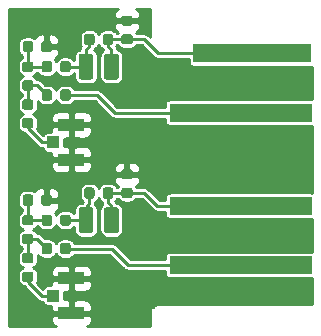
<source format=gtl>
G04 #@! TF.GenerationSoftware,KiCad,Pcbnew,(5.1.5)-3*
G04 #@! TF.CreationDate,2020-11-09T20:42:24-05:00*
G04 #@! TF.ProjectId,FilterDaughterboard,46696c74-6572-4446-9175-676874657262,rev?*
G04 #@! TF.SameCoordinates,Original*
G04 #@! TF.FileFunction,Copper,L1,Top*
G04 #@! TF.FilePolarity,Positive*
%FSLAX46Y46*%
G04 Gerber Fmt 4.6, Leading zero omitted, Abs format (unit mm)*
G04 Created by KiCad (PCBNEW (5.1.5)-3) date 2020-11-09 20:42:25*
%MOMM*%
%LPD*%
G04 APERTURE LIST*
%ADD10R,1.050000X1.000000*%
%ADD11R,2.200000X1.050000*%
%ADD12C,0.100000*%
%ADD13R,11.999999X1.500000*%
%ADD14R,10.000000X1.500000*%
%ADD15C,0.762000*%
%ADD16C,0.254000*%
G04 APERTURE END LIST*
D10*
X87775000Y-135300000D03*
D11*
X89300000Y-136775000D03*
X89300000Y-133825000D03*
D10*
X87775000Y-148300000D03*
D11*
X89300000Y-149775000D03*
X89300000Y-146825000D03*
G04 #@! TA.AperFunction,SMDPad,CuDef*
D12*
G36*
X85877691Y-131676053D02*
G01*
X85898926Y-131679203D01*
X85919750Y-131684419D01*
X85939962Y-131691651D01*
X85959368Y-131700830D01*
X85977781Y-131711866D01*
X85995024Y-131724654D01*
X86010930Y-131739070D01*
X86025346Y-131754976D01*
X86038134Y-131772219D01*
X86049170Y-131790632D01*
X86058349Y-131810038D01*
X86065581Y-131830250D01*
X86070797Y-131851074D01*
X86073947Y-131872309D01*
X86075000Y-131893750D01*
X86075000Y-132331250D01*
X86073947Y-132352691D01*
X86070797Y-132373926D01*
X86065581Y-132394750D01*
X86058349Y-132414962D01*
X86049170Y-132434368D01*
X86038134Y-132452781D01*
X86025346Y-132470024D01*
X86010930Y-132485930D01*
X85995024Y-132500346D01*
X85977781Y-132513134D01*
X85959368Y-132524170D01*
X85939962Y-132533349D01*
X85919750Y-132540581D01*
X85898926Y-132545797D01*
X85877691Y-132548947D01*
X85856250Y-132550000D01*
X85343750Y-132550000D01*
X85322309Y-132548947D01*
X85301074Y-132545797D01*
X85280250Y-132540581D01*
X85260038Y-132533349D01*
X85240632Y-132524170D01*
X85222219Y-132513134D01*
X85204976Y-132500346D01*
X85189070Y-132485930D01*
X85174654Y-132470024D01*
X85161866Y-132452781D01*
X85150830Y-132434368D01*
X85141651Y-132414962D01*
X85134419Y-132394750D01*
X85129203Y-132373926D01*
X85126053Y-132352691D01*
X85125000Y-132331250D01*
X85125000Y-131893750D01*
X85126053Y-131872309D01*
X85129203Y-131851074D01*
X85134419Y-131830250D01*
X85141651Y-131810038D01*
X85150830Y-131790632D01*
X85161866Y-131772219D01*
X85174654Y-131754976D01*
X85189070Y-131739070D01*
X85204976Y-131724654D01*
X85222219Y-131711866D01*
X85240632Y-131700830D01*
X85260038Y-131691651D01*
X85280250Y-131684419D01*
X85301074Y-131679203D01*
X85322309Y-131676053D01*
X85343750Y-131675000D01*
X85856250Y-131675000D01*
X85877691Y-131676053D01*
G37*
G04 #@! TD.AperFunction*
G04 #@! TA.AperFunction,SMDPad,CuDef*
G36*
X85877691Y-133251053D02*
G01*
X85898926Y-133254203D01*
X85919750Y-133259419D01*
X85939962Y-133266651D01*
X85959368Y-133275830D01*
X85977781Y-133286866D01*
X85995024Y-133299654D01*
X86010930Y-133314070D01*
X86025346Y-133329976D01*
X86038134Y-133347219D01*
X86049170Y-133365632D01*
X86058349Y-133385038D01*
X86065581Y-133405250D01*
X86070797Y-133426074D01*
X86073947Y-133447309D01*
X86075000Y-133468750D01*
X86075000Y-133906250D01*
X86073947Y-133927691D01*
X86070797Y-133948926D01*
X86065581Y-133969750D01*
X86058349Y-133989962D01*
X86049170Y-134009368D01*
X86038134Y-134027781D01*
X86025346Y-134045024D01*
X86010930Y-134060930D01*
X85995024Y-134075346D01*
X85977781Y-134088134D01*
X85959368Y-134099170D01*
X85939962Y-134108349D01*
X85919750Y-134115581D01*
X85898926Y-134120797D01*
X85877691Y-134123947D01*
X85856250Y-134125000D01*
X85343750Y-134125000D01*
X85322309Y-134123947D01*
X85301074Y-134120797D01*
X85280250Y-134115581D01*
X85260038Y-134108349D01*
X85240632Y-134099170D01*
X85222219Y-134088134D01*
X85204976Y-134075346D01*
X85189070Y-134060930D01*
X85174654Y-134045024D01*
X85161866Y-134027781D01*
X85150830Y-134009368D01*
X85141651Y-133989962D01*
X85134419Y-133969750D01*
X85129203Y-133948926D01*
X85126053Y-133927691D01*
X85125000Y-133906250D01*
X85125000Y-133468750D01*
X85126053Y-133447309D01*
X85129203Y-133426074D01*
X85134419Y-133405250D01*
X85141651Y-133385038D01*
X85150830Y-133365632D01*
X85161866Y-133347219D01*
X85174654Y-133329976D01*
X85189070Y-133314070D01*
X85204976Y-133299654D01*
X85222219Y-133286866D01*
X85240632Y-133275830D01*
X85260038Y-133266651D01*
X85280250Y-133259419D01*
X85301074Y-133254203D01*
X85322309Y-133251053D01*
X85343750Y-133250000D01*
X85856250Y-133250000D01*
X85877691Y-133251053D01*
G37*
G04 #@! TD.AperFunction*
G04 #@! TA.AperFunction,SMDPad,CuDef*
G36*
X94277691Y-124576053D02*
G01*
X94298926Y-124579203D01*
X94319750Y-124584419D01*
X94339962Y-124591651D01*
X94359368Y-124600830D01*
X94377781Y-124611866D01*
X94395024Y-124624654D01*
X94410930Y-124639070D01*
X94425346Y-124654976D01*
X94438134Y-124672219D01*
X94449170Y-124690632D01*
X94458349Y-124710038D01*
X94465581Y-124730250D01*
X94470797Y-124751074D01*
X94473947Y-124772309D01*
X94475000Y-124793750D01*
X94475000Y-125231250D01*
X94473947Y-125252691D01*
X94470797Y-125273926D01*
X94465581Y-125294750D01*
X94458349Y-125314962D01*
X94449170Y-125334368D01*
X94438134Y-125352781D01*
X94425346Y-125370024D01*
X94410930Y-125385930D01*
X94395024Y-125400346D01*
X94377781Y-125413134D01*
X94359368Y-125424170D01*
X94339962Y-125433349D01*
X94319750Y-125440581D01*
X94298926Y-125445797D01*
X94277691Y-125448947D01*
X94256250Y-125450000D01*
X93743750Y-125450000D01*
X93722309Y-125448947D01*
X93701074Y-125445797D01*
X93680250Y-125440581D01*
X93660038Y-125433349D01*
X93640632Y-125424170D01*
X93622219Y-125413134D01*
X93604976Y-125400346D01*
X93589070Y-125385930D01*
X93574654Y-125370024D01*
X93561866Y-125352781D01*
X93550830Y-125334368D01*
X93541651Y-125314962D01*
X93534419Y-125294750D01*
X93529203Y-125273926D01*
X93526053Y-125252691D01*
X93525000Y-125231250D01*
X93525000Y-124793750D01*
X93526053Y-124772309D01*
X93529203Y-124751074D01*
X93534419Y-124730250D01*
X93541651Y-124710038D01*
X93550830Y-124690632D01*
X93561866Y-124672219D01*
X93574654Y-124654976D01*
X93589070Y-124639070D01*
X93604976Y-124624654D01*
X93622219Y-124611866D01*
X93640632Y-124600830D01*
X93660038Y-124591651D01*
X93680250Y-124584419D01*
X93701074Y-124579203D01*
X93722309Y-124576053D01*
X93743750Y-124575000D01*
X94256250Y-124575000D01*
X94277691Y-124576053D01*
G37*
G04 #@! TD.AperFunction*
G04 #@! TA.AperFunction,SMDPad,CuDef*
G36*
X94277691Y-126151053D02*
G01*
X94298926Y-126154203D01*
X94319750Y-126159419D01*
X94339962Y-126166651D01*
X94359368Y-126175830D01*
X94377781Y-126186866D01*
X94395024Y-126199654D01*
X94410930Y-126214070D01*
X94425346Y-126229976D01*
X94438134Y-126247219D01*
X94449170Y-126265632D01*
X94458349Y-126285038D01*
X94465581Y-126305250D01*
X94470797Y-126326074D01*
X94473947Y-126347309D01*
X94475000Y-126368750D01*
X94475000Y-126806250D01*
X94473947Y-126827691D01*
X94470797Y-126848926D01*
X94465581Y-126869750D01*
X94458349Y-126889962D01*
X94449170Y-126909368D01*
X94438134Y-126927781D01*
X94425346Y-126945024D01*
X94410930Y-126960930D01*
X94395024Y-126975346D01*
X94377781Y-126988134D01*
X94359368Y-126999170D01*
X94339962Y-127008349D01*
X94319750Y-127015581D01*
X94298926Y-127020797D01*
X94277691Y-127023947D01*
X94256250Y-127025000D01*
X93743750Y-127025000D01*
X93722309Y-127023947D01*
X93701074Y-127020797D01*
X93680250Y-127015581D01*
X93660038Y-127008349D01*
X93640632Y-126999170D01*
X93622219Y-126988134D01*
X93604976Y-126975346D01*
X93589070Y-126960930D01*
X93574654Y-126945024D01*
X93561866Y-126927781D01*
X93550830Y-126909368D01*
X93541651Y-126889962D01*
X93534419Y-126869750D01*
X93529203Y-126848926D01*
X93526053Y-126827691D01*
X93525000Y-126806250D01*
X93525000Y-126368750D01*
X93526053Y-126347309D01*
X93529203Y-126326074D01*
X93534419Y-126305250D01*
X93541651Y-126285038D01*
X93550830Y-126265632D01*
X93561866Y-126247219D01*
X93574654Y-126229976D01*
X93589070Y-126214070D01*
X93604976Y-126199654D01*
X93622219Y-126186866D01*
X93640632Y-126175830D01*
X93660038Y-126166651D01*
X93680250Y-126159419D01*
X93701074Y-126154203D01*
X93722309Y-126151053D01*
X93743750Y-126150000D01*
X94256250Y-126150000D01*
X94277691Y-126151053D01*
G37*
G04 #@! TD.AperFunction*
G04 #@! TA.AperFunction,SMDPad,CuDef*
G36*
X87427691Y-126726053D02*
G01*
X87448926Y-126729203D01*
X87469750Y-126734419D01*
X87489962Y-126741651D01*
X87509368Y-126750830D01*
X87527781Y-126761866D01*
X87545024Y-126774654D01*
X87560930Y-126789070D01*
X87575346Y-126804976D01*
X87588134Y-126822219D01*
X87599170Y-126840632D01*
X87608349Y-126860038D01*
X87615581Y-126880250D01*
X87620797Y-126901074D01*
X87623947Y-126922309D01*
X87625000Y-126943750D01*
X87625000Y-127456250D01*
X87623947Y-127477691D01*
X87620797Y-127498926D01*
X87615581Y-127519750D01*
X87608349Y-127539962D01*
X87599170Y-127559368D01*
X87588134Y-127577781D01*
X87575346Y-127595024D01*
X87560930Y-127610930D01*
X87545024Y-127625346D01*
X87527781Y-127638134D01*
X87509368Y-127649170D01*
X87489962Y-127658349D01*
X87469750Y-127665581D01*
X87448926Y-127670797D01*
X87427691Y-127673947D01*
X87406250Y-127675000D01*
X86968750Y-127675000D01*
X86947309Y-127673947D01*
X86926074Y-127670797D01*
X86905250Y-127665581D01*
X86885038Y-127658349D01*
X86865632Y-127649170D01*
X86847219Y-127638134D01*
X86829976Y-127625346D01*
X86814070Y-127610930D01*
X86799654Y-127595024D01*
X86786866Y-127577781D01*
X86775830Y-127559368D01*
X86766651Y-127539962D01*
X86759419Y-127519750D01*
X86754203Y-127498926D01*
X86751053Y-127477691D01*
X86750000Y-127456250D01*
X86750000Y-126943750D01*
X86751053Y-126922309D01*
X86754203Y-126901074D01*
X86759419Y-126880250D01*
X86766651Y-126860038D01*
X86775830Y-126840632D01*
X86786866Y-126822219D01*
X86799654Y-126804976D01*
X86814070Y-126789070D01*
X86829976Y-126774654D01*
X86847219Y-126761866D01*
X86865632Y-126750830D01*
X86885038Y-126741651D01*
X86905250Y-126734419D01*
X86926074Y-126729203D01*
X86947309Y-126726053D01*
X86968750Y-126725000D01*
X87406250Y-126725000D01*
X87427691Y-126726053D01*
G37*
G04 #@! TD.AperFunction*
G04 #@! TA.AperFunction,SMDPad,CuDef*
G36*
X85852691Y-126726053D02*
G01*
X85873926Y-126729203D01*
X85894750Y-126734419D01*
X85914962Y-126741651D01*
X85934368Y-126750830D01*
X85952781Y-126761866D01*
X85970024Y-126774654D01*
X85985930Y-126789070D01*
X86000346Y-126804976D01*
X86013134Y-126822219D01*
X86024170Y-126840632D01*
X86033349Y-126860038D01*
X86040581Y-126880250D01*
X86045797Y-126901074D01*
X86048947Y-126922309D01*
X86050000Y-126943750D01*
X86050000Y-127456250D01*
X86048947Y-127477691D01*
X86045797Y-127498926D01*
X86040581Y-127519750D01*
X86033349Y-127539962D01*
X86024170Y-127559368D01*
X86013134Y-127577781D01*
X86000346Y-127595024D01*
X85985930Y-127610930D01*
X85970024Y-127625346D01*
X85952781Y-127638134D01*
X85934368Y-127649170D01*
X85914962Y-127658349D01*
X85894750Y-127665581D01*
X85873926Y-127670797D01*
X85852691Y-127673947D01*
X85831250Y-127675000D01*
X85393750Y-127675000D01*
X85372309Y-127673947D01*
X85351074Y-127670797D01*
X85330250Y-127665581D01*
X85310038Y-127658349D01*
X85290632Y-127649170D01*
X85272219Y-127638134D01*
X85254976Y-127625346D01*
X85239070Y-127610930D01*
X85224654Y-127595024D01*
X85211866Y-127577781D01*
X85200830Y-127559368D01*
X85191651Y-127539962D01*
X85184419Y-127519750D01*
X85179203Y-127498926D01*
X85176053Y-127477691D01*
X85175000Y-127456250D01*
X85175000Y-126943750D01*
X85176053Y-126922309D01*
X85179203Y-126901074D01*
X85184419Y-126880250D01*
X85191651Y-126860038D01*
X85200830Y-126840632D01*
X85211866Y-126822219D01*
X85224654Y-126804976D01*
X85239070Y-126789070D01*
X85254976Y-126774654D01*
X85272219Y-126761866D01*
X85290632Y-126750830D01*
X85310038Y-126741651D01*
X85330250Y-126734419D01*
X85351074Y-126729203D01*
X85372309Y-126726053D01*
X85393750Y-126725000D01*
X85831250Y-126725000D01*
X85852691Y-126726053D01*
G37*
G04 #@! TD.AperFunction*
G04 #@! TA.AperFunction,SMDPad,CuDef*
G36*
X85877691Y-144676053D02*
G01*
X85898926Y-144679203D01*
X85919750Y-144684419D01*
X85939962Y-144691651D01*
X85959368Y-144700830D01*
X85977781Y-144711866D01*
X85995024Y-144724654D01*
X86010930Y-144739070D01*
X86025346Y-144754976D01*
X86038134Y-144772219D01*
X86049170Y-144790632D01*
X86058349Y-144810038D01*
X86065581Y-144830250D01*
X86070797Y-144851074D01*
X86073947Y-144872309D01*
X86075000Y-144893750D01*
X86075000Y-145331250D01*
X86073947Y-145352691D01*
X86070797Y-145373926D01*
X86065581Y-145394750D01*
X86058349Y-145414962D01*
X86049170Y-145434368D01*
X86038134Y-145452781D01*
X86025346Y-145470024D01*
X86010930Y-145485930D01*
X85995024Y-145500346D01*
X85977781Y-145513134D01*
X85959368Y-145524170D01*
X85939962Y-145533349D01*
X85919750Y-145540581D01*
X85898926Y-145545797D01*
X85877691Y-145548947D01*
X85856250Y-145550000D01*
X85343750Y-145550000D01*
X85322309Y-145548947D01*
X85301074Y-145545797D01*
X85280250Y-145540581D01*
X85260038Y-145533349D01*
X85240632Y-145524170D01*
X85222219Y-145513134D01*
X85204976Y-145500346D01*
X85189070Y-145485930D01*
X85174654Y-145470024D01*
X85161866Y-145452781D01*
X85150830Y-145434368D01*
X85141651Y-145414962D01*
X85134419Y-145394750D01*
X85129203Y-145373926D01*
X85126053Y-145352691D01*
X85125000Y-145331250D01*
X85125000Y-144893750D01*
X85126053Y-144872309D01*
X85129203Y-144851074D01*
X85134419Y-144830250D01*
X85141651Y-144810038D01*
X85150830Y-144790632D01*
X85161866Y-144772219D01*
X85174654Y-144754976D01*
X85189070Y-144739070D01*
X85204976Y-144724654D01*
X85222219Y-144711866D01*
X85240632Y-144700830D01*
X85260038Y-144691651D01*
X85280250Y-144684419D01*
X85301074Y-144679203D01*
X85322309Y-144676053D01*
X85343750Y-144675000D01*
X85856250Y-144675000D01*
X85877691Y-144676053D01*
G37*
G04 #@! TD.AperFunction*
G04 #@! TA.AperFunction,SMDPad,CuDef*
G36*
X85877691Y-146251053D02*
G01*
X85898926Y-146254203D01*
X85919750Y-146259419D01*
X85939962Y-146266651D01*
X85959368Y-146275830D01*
X85977781Y-146286866D01*
X85995024Y-146299654D01*
X86010930Y-146314070D01*
X86025346Y-146329976D01*
X86038134Y-146347219D01*
X86049170Y-146365632D01*
X86058349Y-146385038D01*
X86065581Y-146405250D01*
X86070797Y-146426074D01*
X86073947Y-146447309D01*
X86075000Y-146468750D01*
X86075000Y-146906250D01*
X86073947Y-146927691D01*
X86070797Y-146948926D01*
X86065581Y-146969750D01*
X86058349Y-146989962D01*
X86049170Y-147009368D01*
X86038134Y-147027781D01*
X86025346Y-147045024D01*
X86010930Y-147060930D01*
X85995024Y-147075346D01*
X85977781Y-147088134D01*
X85959368Y-147099170D01*
X85939962Y-147108349D01*
X85919750Y-147115581D01*
X85898926Y-147120797D01*
X85877691Y-147123947D01*
X85856250Y-147125000D01*
X85343750Y-147125000D01*
X85322309Y-147123947D01*
X85301074Y-147120797D01*
X85280250Y-147115581D01*
X85260038Y-147108349D01*
X85240632Y-147099170D01*
X85222219Y-147088134D01*
X85204976Y-147075346D01*
X85189070Y-147060930D01*
X85174654Y-147045024D01*
X85161866Y-147027781D01*
X85150830Y-147009368D01*
X85141651Y-146989962D01*
X85134419Y-146969750D01*
X85129203Y-146948926D01*
X85126053Y-146927691D01*
X85125000Y-146906250D01*
X85125000Y-146468750D01*
X85126053Y-146447309D01*
X85129203Y-146426074D01*
X85134419Y-146405250D01*
X85141651Y-146385038D01*
X85150830Y-146365632D01*
X85161866Y-146347219D01*
X85174654Y-146329976D01*
X85189070Y-146314070D01*
X85204976Y-146299654D01*
X85222219Y-146286866D01*
X85240632Y-146275830D01*
X85260038Y-146266651D01*
X85280250Y-146259419D01*
X85301074Y-146254203D01*
X85322309Y-146251053D01*
X85343750Y-146250000D01*
X85856250Y-146250000D01*
X85877691Y-146251053D01*
G37*
G04 #@! TD.AperFunction*
G04 #@! TA.AperFunction,SMDPad,CuDef*
G36*
X94277691Y-137576053D02*
G01*
X94298926Y-137579203D01*
X94319750Y-137584419D01*
X94339962Y-137591651D01*
X94359368Y-137600830D01*
X94377781Y-137611866D01*
X94395024Y-137624654D01*
X94410930Y-137639070D01*
X94425346Y-137654976D01*
X94438134Y-137672219D01*
X94449170Y-137690632D01*
X94458349Y-137710038D01*
X94465581Y-137730250D01*
X94470797Y-137751074D01*
X94473947Y-137772309D01*
X94475000Y-137793750D01*
X94475000Y-138231250D01*
X94473947Y-138252691D01*
X94470797Y-138273926D01*
X94465581Y-138294750D01*
X94458349Y-138314962D01*
X94449170Y-138334368D01*
X94438134Y-138352781D01*
X94425346Y-138370024D01*
X94410930Y-138385930D01*
X94395024Y-138400346D01*
X94377781Y-138413134D01*
X94359368Y-138424170D01*
X94339962Y-138433349D01*
X94319750Y-138440581D01*
X94298926Y-138445797D01*
X94277691Y-138448947D01*
X94256250Y-138450000D01*
X93743750Y-138450000D01*
X93722309Y-138448947D01*
X93701074Y-138445797D01*
X93680250Y-138440581D01*
X93660038Y-138433349D01*
X93640632Y-138424170D01*
X93622219Y-138413134D01*
X93604976Y-138400346D01*
X93589070Y-138385930D01*
X93574654Y-138370024D01*
X93561866Y-138352781D01*
X93550830Y-138334368D01*
X93541651Y-138314962D01*
X93534419Y-138294750D01*
X93529203Y-138273926D01*
X93526053Y-138252691D01*
X93525000Y-138231250D01*
X93525000Y-137793750D01*
X93526053Y-137772309D01*
X93529203Y-137751074D01*
X93534419Y-137730250D01*
X93541651Y-137710038D01*
X93550830Y-137690632D01*
X93561866Y-137672219D01*
X93574654Y-137654976D01*
X93589070Y-137639070D01*
X93604976Y-137624654D01*
X93622219Y-137611866D01*
X93640632Y-137600830D01*
X93660038Y-137591651D01*
X93680250Y-137584419D01*
X93701074Y-137579203D01*
X93722309Y-137576053D01*
X93743750Y-137575000D01*
X94256250Y-137575000D01*
X94277691Y-137576053D01*
G37*
G04 #@! TD.AperFunction*
G04 #@! TA.AperFunction,SMDPad,CuDef*
G36*
X94277691Y-139151053D02*
G01*
X94298926Y-139154203D01*
X94319750Y-139159419D01*
X94339962Y-139166651D01*
X94359368Y-139175830D01*
X94377781Y-139186866D01*
X94395024Y-139199654D01*
X94410930Y-139214070D01*
X94425346Y-139229976D01*
X94438134Y-139247219D01*
X94449170Y-139265632D01*
X94458349Y-139285038D01*
X94465581Y-139305250D01*
X94470797Y-139326074D01*
X94473947Y-139347309D01*
X94475000Y-139368750D01*
X94475000Y-139806250D01*
X94473947Y-139827691D01*
X94470797Y-139848926D01*
X94465581Y-139869750D01*
X94458349Y-139889962D01*
X94449170Y-139909368D01*
X94438134Y-139927781D01*
X94425346Y-139945024D01*
X94410930Y-139960930D01*
X94395024Y-139975346D01*
X94377781Y-139988134D01*
X94359368Y-139999170D01*
X94339962Y-140008349D01*
X94319750Y-140015581D01*
X94298926Y-140020797D01*
X94277691Y-140023947D01*
X94256250Y-140025000D01*
X93743750Y-140025000D01*
X93722309Y-140023947D01*
X93701074Y-140020797D01*
X93680250Y-140015581D01*
X93660038Y-140008349D01*
X93640632Y-139999170D01*
X93622219Y-139988134D01*
X93604976Y-139975346D01*
X93589070Y-139960930D01*
X93574654Y-139945024D01*
X93561866Y-139927781D01*
X93550830Y-139909368D01*
X93541651Y-139889962D01*
X93534419Y-139869750D01*
X93529203Y-139848926D01*
X93526053Y-139827691D01*
X93525000Y-139806250D01*
X93525000Y-139368750D01*
X93526053Y-139347309D01*
X93529203Y-139326074D01*
X93534419Y-139305250D01*
X93541651Y-139285038D01*
X93550830Y-139265632D01*
X93561866Y-139247219D01*
X93574654Y-139229976D01*
X93589070Y-139214070D01*
X93604976Y-139199654D01*
X93622219Y-139186866D01*
X93640632Y-139175830D01*
X93660038Y-139166651D01*
X93680250Y-139159419D01*
X93701074Y-139154203D01*
X93722309Y-139151053D01*
X93743750Y-139150000D01*
X94256250Y-139150000D01*
X94277691Y-139151053D01*
G37*
G04 #@! TD.AperFunction*
G04 #@! TA.AperFunction,SMDPad,CuDef*
G36*
X87427691Y-139726053D02*
G01*
X87448926Y-139729203D01*
X87469750Y-139734419D01*
X87489962Y-139741651D01*
X87509368Y-139750830D01*
X87527781Y-139761866D01*
X87545024Y-139774654D01*
X87560930Y-139789070D01*
X87575346Y-139804976D01*
X87588134Y-139822219D01*
X87599170Y-139840632D01*
X87608349Y-139860038D01*
X87615581Y-139880250D01*
X87620797Y-139901074D01*
X87623947Y-139922309D01*
X87625000Y-139943750D01*
X87625000Y-140456250D01*
X87623947Y-140477691D01*
X87620797Y-140498926D01*
X87615581Y-140519750D01*
X87608349Y-140539962D01*
X87599170Y-140559368D01*
X87588134Y-140577781D01*
X87575346Y-140595024D01*
X87560930Y-140610930D01*
X87545024Y-140625346D01*
X87527781Y-140638134D01*
X87509368Y-140649170D01*
X87489962Y-140658349D01*
X87469750Y-140665581D01*
X87448926Y-140670797D01*
X87427691Y-140673947D01*
X87406250Y-140675000D01*
X86968750Y-140675000D01*
X86947309Y-140673947D01*
X86926074Y-140670797D01*
X86905250Y-140665581D01*
X86885038Y-140658349D01*
X86865632Y-140649170D01*
X86847219Y-140638134D01*
X86829976Y-140625346D01*
X86814070Y-140610930D01*
X86799654Y-140595024D01*
X86786866Y-140577781D01*
X86775830Y-140559368D01*
X86766651Y-140539962D01*
X86759419Y-140519750D01*
X86754203Y-140498926D01*
X86751053Y-140477691D01*
X86750000Y-140456250D01*
X86750000Y-139943750D01*
X86751053Y-139922309D01*
X86754203Y-139901074D01*
X86759419Y-139880250D01*
X86766651Y-139860038D01*
X86775830Y-139840632D01*
X86786866Y-139822219D01*
X86799654Y-139804976D01*
X86814070Y-139789070D01*
X86829976Y-139774654D01*
X86847219Y-139761866D01*
X86865632Y-139750830D01*
X86885038Y-139741651D01*
X86905250Y-139734419D01*
X86926074Y-139729203D01*
X86947309Y-139726053D01*
X86968750Y-139725000D01*
X87406250Y-139725000D01*
X87427691Y-139726053D01*
G37*
G04 #@! TD.AperFunction*
G04 #@! TA.AperFunction,SMDPad,CuDef*
G36*
X85852691Y-139726053D02*
G01*
X85873926Y-139729203D01*
X85894750Y-139734419D01*
X85914962Y-139741651D01*
X85934368Y-139750830D01*
X85952781Y-139761866D01*
X85970024Y-139774654D01*
X85985930Y-139789070D01*
X86000346Y-139804976D01*
X86013134Y-139822219D01*
X86024170Y-139840632D01*
X86033349Y-139860038D01*
X86040581Y-139880250D01*
X86045797Y-139901074D01*
X86048947Y-139922309D01*
X86050000Y-139943750D01*
X86050000Y-140456250D01*
X86048947Y-140477691D01*
X86045797Y-140498926D01*
X86040581Y-140519750D01*
X86033349Y-140539962D01*
X86024170Y-140559368D01*
X86013134Y-140577781D01*
X86000346Y-140595024D01*
X85985930Y-140610930D01*
X85970024Y-140625346D01*
X85952781Y-140638134D01*
X85934368Y-140649170D01*
X85914962Y-140658349D01*
X85894750Y-140665581D01*
X85873926Y-140670797D01*
X85852691Y-140673947D01*
X85831250Y-140675000D01*
X85393750Y-140675000D01*
X85372309Y-140673947D01*
X85351074Y-140670797D01*
X85330250Y-140665581D01*
X85310038Y-140658349D01*
X85290632Y-140649170D01*
X85272219Y-140638134D01*
X85254976Y-140625346D01*
X85239070Y-140610930D01*
X85224654Y-140595024D01*
X85211866Y-140577781D01*
X85200830Y-140559368D01*
X85191651Y-140539962D01*
X85184419Y-140519750D01*
X85179203Y-140498926D01*
X85176053Y-140477691D01*
X85175000Y-140456250D01*
X85175000Y-139943750D01*
X85176053Y-139922309D01*
X85179203Y-139901074D01*
X85184419Y-139880250D01*
X85191651Y-139860038D01*
X85200830Y-139840632D01*
X85211866Y-139822219D01*
X85224654Y-139804976D01*
X85239070Y-139789070D01*
X85254976Y-139774654D01*
X85272219Y-139761866D01*
X85290632Y-139750830D01*
X85310038Y-139741651D01*
X85330250Y-139734419D01*
X85351074Y-139729203D01*
X85372309Y-139726053D01*
X85393750Y-139725000D01*
X85831250Y-139725000D01*
X85852691Y-139726053D01*
G37*
G04 #@! TD.AperFunction*
G04 #@! TA.AperFunction,SMDPad,CuDef*
G36*
X90924504Y-127801204D02*
G01*
X90948773Y-127804804D01*
X90972571Y-127810765D01*
X90995671Y-127819030D01*
X91017849Y-127829520D01*
X91038893Y-127842133D01*
X91058598Y-127856747D01*
X91076777Y-127873223D01*
X91093253Y-127891402D01*
X91107867Y-127911107D01*
X91120480Y-127932151D01*
X91130970Y-127954329D01*
X91139235Y-127977429D01*
X91145196Y-128001227D01*
X91148796Y-128025496D01*
X91150000Y-128050000D01*
X91150000Y-129750000D01*
X91148796Y-129774504D01*
X91145196Y-129798773D01*
X91139235Y-129822571D01*
X91130970Y-129845671D01*
X91120480Y-129867849D01*
X91107867Y-129888893D01*
X91093253Y-129908598D01*
X91076777Y-129926777D01*
X91058598Y-129943253D01*
X91038893Y-129957867D01*
X91017849Y-129970480D01*
X90995671Y-129980970D01*
X90972571Y-129989235D01*
X90948773Y-129995196D01*
X90924504Y-129998796D01*
X90900000Y-130000000D01*
X90150000Y-130000000D01*
X90125496Y-129998796D01*
X90101227Y-129995196D01*
X90077429Y-129989235D01*
X90054329Y-129980970D01*
X90032151Y-129970480D01*
X90011107Y-129957867D01*
X89991402Y-129943253D01*
X89973223Y-129926777D01*
X89956747Y-129908598D01*
X89942133Y-129888893D01*
X89929520Y-129867849D01*
X89919030Y-129845671D01*
X89910765Y-129822571D01*
X89904804Y-129798773D01*
X89901204Y-129774504D01*
X89900000Y-129750000D01*
X89900000Y-128050000D01*
X89901204Y-128025496D01*
X89904804Y-128001227D01*
X89910765Y-127977429D01*
X89919030Y-127954329D01*
X89929520Y-127932151D01*
X89942133Y-127911107D01*
X89956747Y-127891402D01*
X89973223Y-127873223D01*
X89991402Y-127856747D01*
X90011107Y-127842133D01*
X90032151Y-127829520D01*
X90054329Y-127819030D01*
X90077429Y-127810765D01*
X90101227Y-127804804D01*
X90125496Y-127801204D01*
X90150000Y-127800000D01*
X90900000Y-127800000D01*
X90924504Y-127801204D01*
G37*
G04 #@! TD.AperFunction*
G04 #@! TA.AperFunction,SMDPad,CuDef*
G36*
X93074504Y-127801204D02*
G01*
X93098773Y-127804804D01*
X93122571Y-127810765D01*
X93145671Y-127819030D01*
X93167849Y-127829520D01*
X93188893Y-127842133D01*
X93208598Y-127856747D01*
X93226777Y-127873223D01*
X93243253Y-127891402D01*
X93257867Y-127911107D01*
X93270480Y-127932151D01*
X93280970Y-127954329D01*
X93289235Y-127977429D01*
X93295196Y-128001227D01*
X93298796Y-128025496D01*
X93300000Y-128050000D01*
X93300000Y-129750000D01*
X93298796Y-129774504D01*
X93295196Y-129798773D01*
X93289235Y-129822571D01*
X93280970Y-129845671D01*
X93270480Y-129867849D01*
X93257867Y-129888893D01*
X93243253Y-129908598D01*
X93226777Y-129926777D01*
X93208598Y-129943253D01*
X93188893Y-129957867D01*
X93167849Y-129970480D01*
X93145671Y-129980970D01*
X93122571Y-129989235D01*
X93098773Y-129995196D01*
X93074504Y-129998796D01*
X93050000Y-130000000D01*
X92300000Y-130000000D01*
X92275496Y-129998796D01*
X92251227Y-129995196D01*
X92227429Y-129989235D01*
X92204329Y-129980970D01*
X92182151Y-129970480D01*
X92161107Y-129957867D01*
X92141402Y-129943253D01*
X92123223Y-129926777D01*
X92106747Y-129908598D01*
X92092133Y-129888893D01*
X92079520Y-129867849D01*
X92069030Y-129845671D01*
X92060765Y-129822571D01*
X92054804Y-129798773D01*
X92051204Y-129774504D01*
X92050000Y-129750000D01*
X92050000Y-128050000D01*
X92051204Y-128025496D01*
X92054804Y-128001227D01*
X92060765Y-127977429D01*
X92069030Y-127954329D01*
X92079520Y-127932151D01*
X92092133Y-127911107D01*
X92106747Y-127891402D01*
X92123223Y-127873223D01*
X92141402Y-127856747D01*
X92161107Y-127842133D01*
X92182151Y-127829520D01*
X92204329Y-127819030D01*
X92227429Y-127810765D01*
X92251227Y-127804804D01*
X92275496Y-127801204D01*
X92300000Y-127800000D01*
X93050000Y-127800000D01*
X93074504Y-127801204D01*
G37*
G04 #@! TD.AperFunction*
G04 #@! TA.AperFunction,SMDPad,CuDef*
G36*
X85877691Y-130051053D02*
G01*
X85898926Y-130054203D01*
X85919750Y-130059419D01*
X85939962Y-130066651D01*
X85959368Y-130075830D01*
X85977781Y-130086866D01*
X85995024Y-130099654D01*
X86010930Y-130114070D01*
X86025346Y-130129976D01*
X86038134Y-130147219D01*
X86049170Y-130165632D01*
X86058349Y-130185038D01*
X86065581Y-130205250D01*
X86070797Y-130226074D01*
X86073947Y-130247309D01*
X86075000Y-130268750D01*
X86075000Y-130706250D01*
X86073947Y-130727691D01*
X86070797Y-130748926D01*
X86065581Y-130769750D01*
X86058349Y-130789962D01*
X86049170Y-130809368D01*
X86038134Y-130827781D01*
X86025346Y-130845024D01*
X86010930Y-130860930D01*
X85995024Y-130875346D01*
X85977781Y-130888134D01*
X85959368Y-130899170D01*
X85939962Y-130908349D01*
X85919750Y-130915581D01*
X85898926Y-130920797D01*
X85877691Y-130923947D01*
X85856250Y-130925000D01*
X85343750Y-130925000D01*
X85322309Y-130923947D01*
X85301074Y-130920797D01*
X85280250Y-130915581D01*
X85260038Y-130908349D01*
X85240632Y-130899170D01*
X85222219Y-130888134D01*
X85204976Y-130875346D01*
X85189070Y-130860930D01*
X85174654Y-130845024D01*
X85161866Y-130827781D01*
X85150830Y-130809368D01*
X85141651Y-130789962D01*
X85134419Y-130769750D01*
X85129203Y-130748926D01*
X85126053Y-130727691D01*
X85125000Y-130706250D01*
X85125000Y-130268750D01*
X85126053Y-130247309D01*
X85129203Y-130226074D01*
X85134419Y-130205250D01*
X85141651Y-130185038D01*
X85150830Y-130165632D01*
X85161866Y-130147219D01*
X85174654Y-130129976D01*
X85189070Y-130114070D01*
X85204976Y-130099654D01*
X85222219Y-130086866D01*
X85240632Y-130075830D01*
X85260038Y-130066651D01*
X85280250Y-130059419D01*
X85301074Y-130054203D01*
X85322309Y-130051053D01*
X85343750Y-130050000D01*
X85856250Y-130050000D01*
X85877691Y-130051053D01*
G37*
G04 #@! TD.AperFunction*
G04 #@! TA.AperFunction,SMDPad,CuDef*
G36*
X85877691Y-128476053D02*
G01*
X85898926Y-128479203D01*
X85919750Y-128484419D01*
X85939962Y-128491651D01*
X85959368Y-128500830D01*
X85977781Y-128511866D01*
X85995024Y-128524654D01*
X86010930Y-128539070D01*
X86025346Y-128554976D01*
X86038134Y-128572219D01*
X86049170Y-128590632D01*
X86058349Y-128610038D01*
X86065581Y-128630250D01*
X86070797Y-128651074D01*
X86073947Y-128672309D01*
X86075000Y-128693750D01*
X86075000Y-129131250D01*
X86073947Y-129152691D01*
X86070797Y-129173926D01*
X86065581Y-129194750D01*
X86058349Y-129214962D01*
X86049170Y-129234368D01*
X86038134Y-129252781D01*
X86025346Y-129270024D01*
X86010930Y-129285930D01*
X85995024Y-129300346D01*
X85977781Y-129313134D01*
X85959368Y-129324170D01*
X85939962Y-129333349D01*
X85919750Y-129340581D01*
X85898926Y-129345797D01*
X85877691Y-129348947D01*
X85856250Y-129350000D01*
X85343750Y-129350000D01*
X85322309Y-129348947D01*
X85301074Y-129345797D01*
X85280250Y-129340581D01*
X85260038Y-129333349D01*
X85240632Y-129324170D01*
X85222219Y-129313134D01*
X85204976Y-129300346D01*
X85189070Y-129285930D01*
X85174654Y-129270024D01*
X85161866Y-129252781D01*
X85150830Y-129234368D01*
X85141651Y-129214962D01*
X85134419Y-129194750D01*
X85129203Y-129173926D01*
X85126053Y-129152691D01*
X85125000Y-129131250D01*
X85125000Y-128693750D01*
X85126053Y-128672309D01*
X85129203Y-128651074D01*
X85134419Y-128630250D01*
X85141651Y-128610038D01*
X85150830Y-128590632D01*
X85161866Y-128572219D01*
X85174654Y-128554976D01*
X85189070Y-128539070D01*
X85204976Y-128524654D01*
X85222219Y-128511866D01*
X85240632Y-128500830D01*
X85260038Y-128491651D01*
X85280250Y-128484419D01*
X85301074Y-128479203D01*
X85322309Y-128476053D01*
X85343750Y-128475000D01*
X85856250Y-128475000D01*
X85877691Y-128476053D01*
G37*
G04 #@! TD.AperFunction*
G04 #@! TA.AperFunction,SMDPad,CuDef*
G36*
X90924504Y-140801204D02*
G01*
X90948773Y-140804804D01*
X90972571Y-140810765D01*
X90995671Y-140819030D01*
X91017849Y-140829520D01*
X91038893Y-140842133D01*
X91058598Y-140856747D01*
X91076777Y-140873223D01*
X91093253Y-140891402D01*
X91107867Y-140911107D01*
X91120480Y-140932151D01*
X91130970Y-140954329D01*
X91139235Y-140977429D01*
X91145196Y-141001227D01*
X91148796Y-141025496D01*
X91150000Y-141050000D01*
X91150000Y-142750000D01*
X91148796Y-142774504D01*
X91145196Y-142798773D01*
X91139235Y-142822571D01*
X91130970Y-142845671D01*
X91120480Y-142867849D01*
X91107867Y-142888893D01*
X91093253Y-142908598D01*
X91076777Y-142926777D01*
X91058598Y-142943253D01*
X91038893Y-142957867D01*
X91017849Y-142970480D01*
X90995671Y-142980970D01*
X90972571Y-142989235D01*
X90948773Y-142995196D01*
X90924504Y-142998796D01*
X90900000Y-143000000D01*
X90150000Y-143000000D01*
X90125496Y-142998796D01*
X90101227Y-142995196D01*
X90077429Y-142989235D01*
X90054329Y-142980970D01*
X90032151Y-142970480D01*
X90011107Y-142957867D01*
X89991402Y-142943253D01*
X89973223Y-142926777D01*
X89956747Y-142908598D01*
X89942133Y-142888893D01*
X89929520Y-142867849D01*
X89919030Y-142845671D01*
X89910765Y-142822571D01*
X89904804Y-142798773D01*
X89901204Y-142774504D01*
X89900000Y-142750000D01*
X89900000Y-141050000D01*
X89901204Y-141025496D01*
X89904804Y-141001227D01*
X89910765Y-140977429D01*
X89919030Y-140954329D01*
X89929520Y-140932151D01*
X89942133Y-140911107D01*
X89956747Y-140891402D01*
X89973223Y-140873223D01*
X89991402Y-140856747D01*
X90011107Y-140842133D01*
X90032151Y-140829520D01*
X90054329Y-140819030D01*
X90077429Y-140810765D01*
X90101227Y-140804804D01*
X90125496Y-140801204D01*
X90150000Y-140800000D01*
X90900000Y-140800000D01*
X90924504Y-140801204D01*
G37*
G04 #@! TD.AperFunction*
G04 #@! TA.AperFunction,SMDPad,CuDef*
G36*
X93074504Y-140801204D02*
G01*
X93098773Y-140804804D01*
X93122571Y-140810765D01*
X93145671Y-140819030D01*
X93167849Y-140829520D01*
X93188893Y-140842133D01*
X93208598Y-140856747D01*
X93226777Y-140873223D01*
X93243253Y-140891402D01*
X93257867Y-140911107D01*
X93270480Y-140932151D01*
X93280970Y-140954329D01*
X93289235Y-140977429D01*
X93295196Y-141001227D01*
X93298796Y-141025496D01*
X93300000Y-141050000D01*
X93300000Y-142750000D01*
X93298796Y-142774504D01*
X93295196Y-142798773D01*
X93289235Y-142822571D01*
X93280970Y-142845671D01*
X93270480Y-142867849D01*
X93257867Y-142888893D01*
X93243253Y-142908598D01*
X93226777Y-142926777D01*
X93208598Y-142943253D01*
X93188893Y-142957867D01*
X93167849Y-142970480D01*
X93145671Y-142980970D01*
X93122571Y-142989235D01*
X93098773Y-142995196D01*
X93074504Y-142998796D01*
X93050000Y-143000000D01*
X92300000Y-143000000D01*
X92275496Y-142998796D01*
X92251227Y-142995196D01*
X92227429Y-142989235D01*
X92204329Y-142980970D01*
X92182151Y-142970480D01*
X92161107Y-142957867D01*
X92141402Y-142943253D01*
X92123223Y-142926777D01*
X92106747Y-142908598D01*
X92092133Y-142888893D01*
X92079520Y-142867849D01*
X92069030Y-142845671D01*
X92060765Y-142822571D01*
X92054804Y-142798773D01*
X92051204Y-142774504D01*
X92050000Y-142750000D01*
X92050000Y-141050000D01*
X92051204Y-141025496D01*
X92054804Y-141001227D01*
X92060765Y-140977429D01*
X92069030Y-140954329D01*
X92079520Y-140932151D01*
X92092133Y-140911107D01*
X92106747Y-140891402D01*
X92123223Y-140873223D01*
X92141402Y-140856747D01*
X92161107Y-140842133D01*
X92182151Y-140829520D01*
X92204329Y-140819030D01*
X92227429Y-140810765D01*
X92251227Y-140804804D01*
X92275496Y-140801204D01*
X92300000Y-140800000D01*
X93050000Y-140800000D01*
X93074504Y-140801204D01*
G37*
G04 #@! TD.AperFunction*
G04 #@! TA.AperFunction,SMDPad,CuDef*
G36*
X85877691Y-143051053D02*
G01*
X85898926Y-143054203D01*
X85919750Y-143059419D01*
X85939962Y-143066651D01*
X85959368Y-143075830D01*
X85977781Y-143086866D01*
X85995024Y-143099654D01*
X86010930Y-143114070D01*
X86025346Y-143129976D01*
X86038134Y-143147219D01*
X86049170Y-143165632D01*
X86058349Y-143185038D01*
X86065581Y-143205250D01*
X86070797Y-143226074D01*
X86073947Y-143247309D01*
X86075000Y-143268750D01*
X86075000Y-143706250D01*
X86073947Y-143727691D01*
X86070797Y-143748926D01*
X86065581Y-143769750D01*
X86058349Y-143789962D01*
X86049170Y-143809368D01*
X86038134Y-143827781D01*
X86025346Y-143845024D01*
X86010930Y-143860930D01*
X85995024Y-143875346D01*
X85977781Y-143888134D01*
X85959368Y-143899170D01*
X85939962Y-143908349D01*
X85919750Y-143915581D01*
X85898926Y-143920797D01*
X85877691Y-143923947D01*
X85856250Y-143925000D01*
X85343750Y-143925000D01*
X85322309Y-143923947D01*
X85301074Y-143920797D01*
X85280250Y-143915581D01*
X85260038Y-143908349D01*
X85240632Y-143899170D01*
X85222219Y-143888134D01*
X85204976Y-143875346D01*
X85189070Y-143860930D01*
X85174654Y-143845024D01*
X85161866Y-143827781D01*
X85150830Y-143809368D01*
X85141651Y-143789962D01*
X85134419Y-143769750D01*
X85129203Y-143748926D01*
X85126053Y-143727691D01*
X85125000Y-143706250D01*
X85125000Y-143268750D01*
X85126053Y-143247309D01*
X85129203Y-143226074D01*
X85134419Y-143205250D01*
X85141651Y-143185038D01*
X85150830Y-143165632D01*
X85161866Y-143147219D01*
X85174654Y-143129976D01*
X85189070Y-143114070D01*
X85204976Y-143099654D01*
X85222219Y-143086866D01*
X85240632Y-143075830D01*
X85260038Y-143066651D01*
X85280250Y-143059419D01*
X85301074Y-143054203D01*
X85322309Y-143051053D01*
X85343750Y-143050000D01*
X85856250Y-143050000D01*
X85877691Y-143051053D01*
G37*
G04 #@! TD.AperFunction*
G04 #@! TA.AperFunction,SMDPad,CuDef*
G36*
X85877691Y-141476053D02*
G01*
X85898926Y-141479203D01*
X85919750Y-141484419D01*
X85939962Y-141491651D01*
X85959368Y-141500830D01*
X85977781Y-141511866D01*
X85995024Y-141524654D01*
X86010930Y-141539070D01*
X86025346Y-141554976D01*
X86038134Y-141572219D01*
X86049170Y-141590632D01*
X86058349Y-141610038D01*
X86065581Y-141630250D01*
X86070797Y-141651074D01*
X86073947Y-141672309D01*
X86075000Y-141693750D01*
X86075000Y-142131250D01*
X86073947Y-142152691D01*
X86070797Y-142173926D01*
X86065581Y-142194750D01*
X86058349Y-142214962D01*
X86049170Y-142234368D01*
X86038134Y-142252781D01*
X86025346Y-142270024D01*
X86010930Y-142285930D01*
X85995024Y-142300346D01*
X85977781Y-142313134D01*
X85959368Y-142324170D01*
X85939962Y-142333349D01*
X85919750Y-142340581D01*
X85898926Y-142345797D01*
X85877691Y-142348947D01*
X85856250Y-142350000D01*
X85343750Y-142350000D01*
X85322309Y-142348947D01*
X85301074Y-142345797D01*
X85280250Y-142340581D01*
X85260038Y-142333349D01*
X85240632Y-142324170D01*
X85222219Y-142313134D01*
X85204976Y-142300346D01*
X85189070Y-142285930D01*
X85174654Y-142270024D01*
X85161866Y-142252781D01*
X85150830Y-142234368D01*
X85141651Y-142214962D01*
X85134419Y-142194750D01*
X85129203Y-142173926D01*
X85126053Y-142152691D01*
X85125000Y-142131250D01*
X85125000Y-141693750D01*
X85126053Y-141672309D01*
X85129203Y-141651074D01*
X85134419Y-141630250D01*
X85141651Y-141610038D01*
X85150830Y-141590632D01*
X85161866Y-141572219D01*
X85174654Y-141554976D01*
X85189070Y-141539070D01*
X85204976Y-141524654D01*
X85222219Y-141511866D01*
X85240632Y-141500830D01*
X85260038Y-141491651D01*
X85280250Y-141484419D01*
X85301074Y-141479203D01*
X85322309Y-141476053D01*
X85343750Y-141475000D01*
X85856250Y-141475000D01*
X85877691Y-141476053D01*
G37*
G04 #@! TD.AperFunction*
G04 #@! TA.AperFunction,SMDPad,CuDef*
G36*
X92627691Y-126126053D02*
G01*
X92648926Y-126129203D01*
X92669750Y-126134419D01*
X92689962Y-126141651D01*
X92709368Y-126150830D01*
X92727781Y-126161866D01*
X92745024Y-126174654D01*
X92760930Y-126189070D01*
X92775346Y-126204976D01*
X92788134Y-126222219D01*
X92799170Y-126240632D01*
X92808349Y-126260038D01*
X92815581Y-126280250D01*
X92820797Y-126301074D01*
X92823947Y-126322309D01*
X92825000Y-126343750D01*
X92825000Y-126856250D01*
X92823947Y-126877691D01*
X92820797Y-126898926D01*
X92815581Y-126919750D01*
X92808349Y-126939962D01*
X92799170Y-126959368D01*
X92788134Y-126977781D01*
X92775346Y-126995024D01*
X92760930Y-127010930D01*
X92745024Y-127025346D01*
X92727781Y-127038134D01*
X92709368Y-127049170D01*
X92689962Y-127058349D01*
X92669750Y-127065581D01*
X92648926Y-127070797D01*
X92627691Y-127073947D01*
X92606250Y-127075000D01*
X92168750Y-127075000D01*
X92147309Y-127073947D01*
X92126074Y-127070797D01*
X92105250Y-127065581D01*
X92085038Y-127058349D01*
X92065632Y-127049170D01*
X92047219Y-127038134D01*
X92029976Y-127025346D01*
X92014070Y-127010930D01*
X91999654Y-126995024D01*
X91986866Y-126977781D01*
X91975830Y-126959368D01*
X91966651Y-126939962D01*
X91959419Y-126919750D01*
X91954203Y-126898926D01*
X91951053Y-126877691D01*
X91950000Y-126856250D01*
X91950000Y-126343750D01*
X91951053Y-126322309D01*
X91954203Y-126301074D01*
X91959419Y-126280250D01*
X91966651Y-126260038D01*
X91975830Y-126240632D01*
X91986866Y-126222219D01*
X91999654Y-126204976D01*
X92014070Y-126189070D01*
X92029976Y-126174654D01*
X92047219Y-126161866D01*
X92065632Y-126150830D01*
X92085038Y-126141651D01*
X92105250Y-126134419D01*
X92126074Y-126129203D01*
X92147309Y-126126053D01*
X92168750Y-126125000D01*
X92606250Y-126125000D01*
X92627691Y-126126053D01*
G37*
G04 #@! TD.AperFunction*
G04 #@! TA.AperFunction,SMDPad,CuDef*
G36*
X91052691Y-126126053D02*
G01*
X91073926Y-126129203D01*
X91094750Y-126134419D01*
X91114962Y-126141651D01*
X91134368Y-126150830D01*
X91152781Y-126161866D01*
X91170024Y-126174654D01*
X91185930Y-126189070D01*
X91200346Y-126204976D01*
X91213134Y-126222219D01*
X91224170Y-126240632D01*
X91233349Y-126260038D01*
X91240581Y-126280250D01*
X91245797Y-126301074D01*
X91248947Y-126322309D01*
X91250000Y-126343750D01*
X91250000Y-126856250D01*
X91248947Y-126877691D01*
X91245797Y-126898926D01*
X91240581Y-126919750D01*
X91233349Y-126939962D01*
X91224170Y-126959368D01*
X91213134Y-126977781D01*
X91200346Y-126995024D01*
X91185930Y-127010930D01*
X91170024Y-127025346D01*
X91152781Y-127038134D01*
X91134368Y-127049170D01*
X91114962Y-127058349D01*
X91094750Y-127065581D01*
X91073926Y-127070797D01*
X91052691Y-127073947D01*
X91031250Y-127075000D01*
X90593750Y-127075000D01*
X90572309Y-127073947D01*
X90551074Y-127070797D01*
X90530250Y-127065581D01*
X90510038Y-127058349D01*
X90490632Y-127049170D01*
X90472219Y-127038134D01*
X90454976Y-127025346D01*
X90439070Y-127010930D01*
X90424654Y-126995024D01*
X90411866Y-126977781D01*
X90400830Y-126959368D01*
X90391651Y-126939962D01*
X90384419Y-126919750D01*
X90379203Y-126898926D01*
X90376053Y-126877691D01*
X90375000Y-126856250D01*
X90375000Y-126343750D01*
X90376053Y-126322309D01*
X90379203Y-126301074D01*
X90384419Y-126280250D01*
X90391651Y-126260038D01*
X90400830Y-126240632D01*
X90411866Y-126222219D01*
X90424654Y-126204976D01*
X90439070Y-126189070D01*
X90454976Y-126174654D01*
X90472219Y-126161866D01*
X90490632Y-126150830D01*
X90510038Y-126141651D01*
X90530250Y-126134419D01*
X90551074Y-126129203D01*
X90572309Y-126126053D01*
X90593750Y-126125000D01*
X91031250Y-126125000D01*
X91052691Y-126126053D01*
G37*
G04 #@! TD.AperFunction*
G04 #@! TA.AperFunction,SMDPad,CuDef*
G36*
X89027691Y-128426053D02*
G01*
X89048926Y-128429203D01*
X89069750Y-128434419D01*
X89089962Y-128441651D01*
X89109368Y-128450830D01*
X89127781Y-128461866D01*
X89145024Y-128474654D01*
X89160930Y-128489070D01*
X89175346Y-128504976D01*
X89188134Y-128522219D01*
X89199170Y-128540632D01*
X89208349Y-128560038D01*
X89215581Y-128580250D01*
X89220797Y-128601074D01*
X89223947Y-128622309D01*
X89225000Y-128643750D01*
X89225000Y-129156250D01*
X89223947Y-129177691D01*
X89220797Y-129198926D01*
X89215581Y-129219750D01*
X89208349Y-129239962D01*
X89199170Y-129259368D01*
X89188134Y-129277781D01*
X89175346Y-129295024D01*
X89160930Y-129310930D01*
X89145024Y-129325346D01*
X89127781Y-129338134D01*
X89109368Y-129349170D01*
X89089962Y-129358349D01*
X89069750Y-129365581D01*
X89048926Y-129370797D01*
X89027691Y-129373947D01*
X89006250Y-129375000D01*
X88568750Y-129375000D01*
X88547309Y-129373947D01*
X88526074Y-129370797D01*
X88505250Y-129365581D01*
X88485038Y-129358349D01*
X88465632Y-129349170D01*
X88447219Y-129338134D01*
X88429976Y-129325346D01*
X88414070Y-129310930D01*
X88399654Y-129295024D01*
X88386866Y-129277781D01*
X88375830Y-129259368D01*
X88366651Y-129239962D01*
X88359419Y-129219750D01*
X88354203Y-129198926D01*
X88351053Y-129177691D01*
X88350000Y-129156250D01*
X88350000Y-128643750D01*
X88351053Y-128622309D01*
X88354203Y-128601074D01*
X88359419Y-128580250D01*
X88366651Y-128560038D01*
X88375830Y-128540632D01*
X88386866Y-128522219D01*
X88399654Y-128504976D01*
X88414070Y-128489070D01*
X88429976Y-128474654D01*
X88447219Y-128461866D01*
X88465632Y-128450830D01*
X88485038Y-128441651D01*
X88505250Y-128434419D01*
X88526074Y-128429203D01*
X88547309Y-128426053D01*
X88568750Y-128425000D01*
X89006250Y-128425000D01*
X89027691Y-128426053D01*
G37*
G04 #@! TD.AperFunction*
G04 #@! TA.AperFunction,SMDPad,CuDef*
G36*
X87452691Y-128426053D02*
G01*
X87473926Y-128429203D01*
X87494750Y-128434419D01*
X87514962Y-128441651D01*
X87534368Y-128450830D01*
X87552781Y-128461866D01*
X87570024Y-128474654D01*
X87585930Y-128489070D01*
X87600346Y-128504976D01*
X87613134Y-128522219D01*
X87624170Y-128540632D01*
X87633349Y-128560038D01*
X87640581Y-128580250D01*
X87645797Y-128601074D01*
X87648947Y-128622309D01*
X87650000Y-128643750D01*
X87650000Y-129156250D01*
X87648947Y-129177691D01*
X87645797Y-129198926D01*
X87640581Y-129219750D01*
X87633349Y-129239962D01*
X87624170Y-129259368D01*
X87613134Y-129277781D01*
X87600346Y-129295024D01*
X87585930Y-129310930D01*
X87570024Y-129325346D01*
X87552781Y-129338134D01*
X87534368Y-129349170D01*
X87514962Y-129358349D01*
X87494750Y-129365581D01*
X87473926Y-129370797D01*
X87452691Y-129373947D01*
X87431250Y-129375000D01*
X86993750Y-129375000D01*
X86972309Y-129373947D01*
X86951074Y-129370797D01*
X86930250Y-129365581D01*
X86910038Y-129358349D01*
X86890632Y-129349170D01*
X86872219Y-129338134D01*
X86854976Y-129325346D01*
X86839070Y-129310930D01*
X86824654Y-129295024D01*
X86811866Y-129277781D01*
X86800830Y-129259368D01*
X86791651Y-129239962D01*
X86784419Y-129219750D01*
X86779203Y-129198926D01*
X86776053Y-129177691D01*
X86775000Y-129156250D01*
X86775000Y-128643750D01*
X86776053Y-128622309D01*
X86779203Y-128601074D01*
X86784419Y-128580250D01*
X86791651Y-128560038D01*
X86800830Y-128540632D01*
X86811866Y-128522219D01*
X86824654Y-128504976D01*
X86839070Y-128489070D01*
X86854976Y-128474654D01*
X86872219Y-128461866D01*
X86890632Y-128450830D01*
X86910038Y-128441651D01*
X86930250Y-128434419D01*
X86951074Y-128429203D01*
X86972309Y-128426053D01*
X86993750Y-128425000D01*
X87431250Y-128425000D01*
X87452691Y-128426053D01*
G37*
G04 #@! TD.AperFunction*
G04 #@! TA.AperFunction,SMDPad,CuDef*
G36*
X87452691Y-130826053D02*
G01*
X87473926Y-130829203D01*
X87494750Y-130834419D01*
X87514962Y-130841651D01*
X87534368Y-130850830D01*
X87552781Y-130861866D01*
X87570024Y-130874654D01*
X87585930Y-130889070D01*
X87600346Y-130904976D01*
X87613134Y-130922219D01*
X87624170Y-130940632D01*
X87633349Y-130960038D01*
X87640581Y-130980250D01*
X87645797Y-131001074D01*
X87648947Y-131022309D01*
X87650000Y-131043750D01*
X87650000Y-131556250D01*
X87648947Y-131577691D01*
X87645797Y-131598926D01*
X87640581Y-131619750D01*
X87633349Y-131639962D01*
X87624170Y-131659368D01*
X87613134Y-131677781D01*
X87600346Y-131695024D01*
X87585930Y-131710930D01*
X87570024Y-131725346D01*
X87552781Y-131738134D01*
X87534368Y-131749170D01*
X87514962Y-131758349D01*
X87494750Y-131765581D01*
X87473926Y-131770797D01*
X87452691Y-131773947D01*
X87431250Y-131775000D01*
X86993750Y-131775000D01*
X86972309Y-131773947D01*
X86951074Y-131770797D01*
X86930250Y-131765581D01*
X86910038Y-131758349D01*
X86890632Y-131749170D01*
X86872219Y-131738134D01*
X86854976Y-131725346D01*
X86839070Y-131710930D01*
X86824654Y-131695024D01*
X86811866Y-131677781D01*
X86800830Y-131659368D01*
X86791651Y-131639962D01*
X86784419Y-131619750D01*
X86779203Y-131598926D01*
X86776053Y-131577691D01*
X86775000Y-131556250D01*
X86775000Y-131043750D01*
X86776053Y-131022309D01*
X86779203Y-131001074D01*
X86784419Y-130980250D01*
X86791651Y-130960038D01*
X86800830Y-130940632D01*
X86811866Y-130922219D01*
X86824654Y-130904976D01*
X86839070Y-130889070D01*
X86854976Y-130874654D01*
X86872219Y-130861866D01*
X86890632Y-130850830D01*
X86910038Y-130841651D01*
X86930250Y-130834419D01*
X86951074Y-130829203D01*
X86972309Y-130826053D01*
X86993750Y-130825000D01*
X87431250Y-130825000D01*
X87452691Y-130826053D01*
G37*
G04 #@! TD.AperFunction*
G04 #@! TA.AperFunction,SMDPad,CuDef*
G36*
X89027691Y-130826053D02*
G01*
X89048926Y-130829203D01*
X89069750Y-130834419D01*
X89089962Y-130841651D01*
X89109368Y-130850830D01*
X89127781Y-130861866D01*
X89145024Y-130874654D01*
X89160930Y-130889070D01*
X89175346Y-130904976D01*
X89188134Y-130922219D01*
X89199170Y-130940632D01*
X89208349Y-130960038D01*
X89215581Y-130980250D01*
X89220797Y-131001074D01*
X89223947Y-131022309D01*
X89225000Y-131043750D01*
X89225000Y-131556250D01*
X89223947Y-131577691D01*
X89220797Y-131598926D01*
X89215581Y-131619750D01*
X89208349Y-131639962D01*
X89199170Y-131659368D01*
X89188134Y-131677781D01*
X89175346Y-131695024D01*
X89160930Y-131710930D01*
X89145024Y-131725346D01*
X89127781Y-131738134D01*
X89109368Y-131749170D01*
X89089962Y-131758349D01*
X89069750Y-131765581D01*
X89048926Y-131770797D01*
X89027691Y-131773947D01*
X89006250Y-131775000D01*
X88568750Y-131775000D01*
X88547309Y-131773947D01*
X88526074Y-131770797D01*
X88505250Y-131765581D01*
X88485038Y-131758349D01*
X88465632Y-131749170D01*
X88447219Y-131738134D01*
X88429976Y-131725346D01*
X88414070Y-131710930D01*
X88399654Y-131695024D01*
X88386866Y-131677781D01*
X88375830Y-131659368D01*
X88366651Y-131639962D01*
X88359419Y-131619750D01*
X88354203Y-131598926D01*
X88351053Y-131577691D01*
X88350000Y-131556250D01*
X88350000Y-131043750D01*
X88351053Y-131022309D01*
X88354203Y-131001074D01*
X88359419Y-130980250D01*
X88366651Y-130960038D01*
X88375830Y-130940632D01*
X88386866Y-130922219D01*
X88399654Y-130904976D01*
X88414070Y-130889070D01*
X88429976Y-130874654D01*
X88447219Y-130861866D01*
X88465632Y-130850830D01*
X88485038Y-130841651D01*
X88505250Y-130834419D01*
X88526074Y-130829203D01*
X88547309Y-130826053D01*
X88568750Y-130825000D01*
X89006250Y-130825000D01*
X89027691Y-130826053D01*
G37*
G04 #@! TD.AperFunction*
G04 #@! TA.AperFunction,SMDPad,CuDef*
G36*
X92627691Y-139126053D02*
G01*
X92648926Y-139129203D01*
X92669750Y-139134419D01*
X92689962Y-139141651D01*
X92709368Y-139150830D01*
X92727781Y-139161866D01*
X92745024Y-139174654D01*
X92760930Y-139189070D01*
X92775346Y-139204976D01*
X92788134Y-139222219D01*
X92799170Y-139240632D01*
X92808349Y-139260038D01*
X92815581Y-139280250D01*
X92820797Y-139301074D01*
X92823947Y-139322309D01*
X92825000Y-139343750D01*
X92825000Y-139856250D01*
X92823947Y-139877691D01*
X92820797Y-139898926D01*
X92815581Y-139919750D01*
X92808349Y-139939962D01*
X92799170Y-139959368D01*
X92788134Y-139977781D01*
X92775346Y-139995024D01*
X92760930Y-140010930D01*
X92745024Y-140025346D01*
X92727781Y-140038134D01*
X92709368Y-140049170D01*
X92689962Y-140058349D01*
X92669750Y-140065581D01*
X92648926Y-140070797D01*
X92627691Y-140073947D01*
X92606250Y-140075000D01*
X92168750Y-140075000D01*
X92147309Y-140073947D01*
X92126074Y-140070797D01*
X92105250Y-140065581D01*
X92085038Y-140058349D01*
X92065632Y-140049170D01*
X92047219Y-140038134D01*
X92029976Y-140025346D01*
X92014070Y-140010930D01*
X91999654Y-139995024D01*
X91986866Y-139977781D01*
X91975830Y-139959368D01*
X91966651Y-139939962D01*
X91959419Y-139919750D01*
X91954203Y-139898926D01*
X91951053Y-139877691D01*
X91950000Y-139856250D01*
X91950000Y-139343750D01*
X91951053Y-139322309D01*
X91954203Y-139301074D01*
X91959419Y-139280250D01*
X91966651Y-139260038D01*
X91975830Y-139240632D01*
X91986866Y-139222219D01*
X91999654Y-139204976D01*
X92014070Y-139189070D01*
X92029976Y-139174654D01*
X92047219Y-139161866D01*
X92065632Y-139150830D01*
X92085038Y-139141651D01*
X92105250Y-139134419D01*
X92126074Y-139129203D01*
X92147309Y-139126053D01*
X92168750Y-139125000D01*
X92606250Y-139125000D01*
X92627691Y-139126053D01*
G37*
G04 #@! TD.AperFunction*
G04 #@! TA.AperFunction,SMDPad,CuDef*
G36*
X91052691Y-139126053D02*
G01*
X91073926Y-139129203D01*
X91094750Y-139134419D01*
X91114962Y-139141651D01*
X91134368Y-139150830D01*
X91152781Y-139161866D01*
X91170024Y-139174654D01*
X91185930Y-139189070D01*
X91200346Y-139204976D01*
X91213134Y-139222219D01*
X91224170Y-139240632D01*
X91233349Y-139260038D01*
X91240581Y-139280250D01*
X91245797Y-139301074D01*
X91248947Y-139322309D01*
X91250000Y-139343750D01*
X91250000Y-139856250D01*
X91248947Y-139877691D01*
X91245797Y-139898926D01*
X91240581Y-139919750D01*
X91233349Y-139939962D01*
X91224170Y-139959368D01*
X91213134Y-139977781D01*
X91200346Y-139995024D01*
X91185930Y-140010930D01*
X91170024Y-140025346D01*
X91152781Y-140038134D01*
X91134368Y-140049170D01*
X91114962Y-140058349D01*
X91094750Y-140065581D01*
X91073926Y-140070797D01*
X91052691Y-140073947D01*
X91031250Y-140075000D01*
X90593750Y-140075000D01*
X90572309Y-140073947D01*
X90551074Y-140070797D01*
X90530250Y-140065581D01*
X90510038Y-140058349D01*
X90490632Y-140049170D01*
X90472219Y-140038134D01*
X90454976Y-140025346D01*
X90439070Y-140010930D01*
X90424654Y-139995024D01*
X90411866Y-139977781D01*
X90400830Y-139959368D01*
X90391651Y-139939962D01*
X90384419Y-139919750D01*
X90379203Y-139898926D01*
X90376053Y-139877691D01*
X90375000Y-139856250D01*
X90375000Y-139343750D01*
X90376053Y-139322309D01*
X90379203Y-139301074D01*
X90384419Y-139280250D01*
X90391651Y-139260038D01*
X90400830Y-139240632D01*
X90411866Y-139222219D01*
X90424654Y-139204976D01*
X90439070Y-139189070D01*
X90454976Y-139174654D01*
X90472219Y-139161866D01*
X90490632Y-139150830D01*
X90510038Y-139141651D01*
X90530250Y-139134419D01*
X90551074Y-139129203D01*
X90572309Y-139126053D01*
X90593750Y-139125000D01*
X91031250Y-139125000D01*
X91052691Y-139126053D01*
G37*
G04 #@! TD.AperFunction*
G04 #@! TA.AperFunction,SMDPad,CuDef*
G36*
X89027691Y-141426053D02*
G01*
X89048926Y-141429203D01*
X89069750Y-141434419D01*
X89089962Y-141441651D01*
X89109368Y-141450830D01*
X89127781Y-141461866D01*
X89145024Y-141474654D01*
X89160930Y-141489070D01*
X89175346Y-141504976D01*
X89188134Y-141522219D01*
X89199170Y-141540632D01*
X89208349Y-141560038D01*
X89215581Y-141580250D01*
X89220797Y-141601074D01*
X89223947Y-141622309D01*
X89225000Y-141643750D01*
X89225000Y-142156250D01*
X89223947Y-142177691D01*
X89220797Y-142198926D01*
X89215581Y-142219750D01*
X89208349Y-142239962D01*
X89199170Y-142259368D01*
X89188134Y-142277781D01*
X89175346Y-142295024D01*
X89160930Y-142310930D01*
X89145024Y-142325346D01*
X89127781Y-142338134D01*
X89109368Y-142349170D01*
X89089962Y-142358349D01*
X89069750Y-142365581D01*
X89048926Y-142370797D01*
X89027691Y-142373947D01*
X89006250Y-142375000D01*
X88568750Y-142375000D01*
X88547309Y-142373947D01*
X88526074Y-142370797D01*
X88505250Y-142365581D01*
X88485038Y-142358349D01*
X88465632Y-142349170D01*
X88447219Y-142338134D01*
X88429976Y-142325346D01*
X88414070Y-142310930D01*
X88399654Y-142295024D01*
X88386866Y-142277781D01*
X88375830Y-142259368D01*
X88366651Y-142239962D01*
X88359419Y-142219750D01*
X88354203Y-142198926D01*
X88351053Y-142177691D01*
X88350000Y-142156250D01*
X88350000Y-141643750D01*
X88351053Y-141622309D01*
X88354203Y-141601074D01*
X88359419Y-141580250D01*
X88366651Y-141560038D01*
X88375830Y-141540632D01*
X88386866Y-141522219D01*
X88399654Y-141504976D01*
X88414070Y-141489070D01*
X88429976Y-141474654D01*
X88447219Y-141461866D01*
X88465632Y-141450830D01*
X88485038Y-141441651D01*
X88505250Y-141434419D01*
X88526074Y-141429203D01*
X88547309Y-141426053D01*
X88568750Y-141425000D01*
X89006250Y-141425000D01*
X89027691Y-141426053D01*
G37*
G04 #@! TD.AperFunction*
G04 #@! TA.AperFunction,SMDPad,CuDef*
G36*
X87452691Y-141426053D02*
G01*
X87473926Y-141429203D01*
X87494750Y-141434419D01*
X87514962Y-141441651D01*
X87534368Y-141450830D01*
X87552781Y-141461866D01*
X87570024Y-141474654D01*
X87585930Y-141489070D01*
X87600346Y-141504976D01*
X87613134Y-141522219D01*
X87624170Y-141540632D01*
X87633349Y-141560038D01*
X87640581Y-141580250D01*
X87645797Y-141601074D01*
X87648947Y-141622309D01*
X87650000Y-141643750D01*
X87650000Y-142156250D01*
X87648947Y-142177691D01*
X87645797Y-142198926D01*
X87640581Y-142219750D01*
X87633349Y-142239962D01*
X87624170Y-142259368D01*
X87613134Y-142277781D01*
X87600346Y-142295024D01*
X87585930Y-142310930D01*
X87570024Y-142325346D01*
X87552781Y-142338134D01*
X87534368Y-142349170D01*
X87514962Y-142358349D01*
X87494750Y-142365581D01*
X87473926Y-142370797D01*
X87452691Y-142373947D01*
X87431250Y-142375000D01*
X86993750Y-142375000D01*
X86972309Y-142373947D01*
X86951074Y-142370797D01*
X86930250Y-142365581D01*
X86910038Y-142358349D01*
X86890632Y-142349170D01*
X86872219Y-142338134D01*
X86854976Y-142325346D01*
X86839070Y-142310930D01*
X86824654Y-142295024D01*
X86811866Y-142277781D01*
X86800830Y-142259368D01*
X86791651Y-142239962D01*
X86784419Y-142219750D01*
X86779203Y-142198926D01*
X86776053Y-142177691D01*
X86775000Y-142156250D01*
X86775000Y-141643750D01*
X86776053Y-141622309D01*
X86779203Y-141601074D01*
X86784419Y-141580250D01*
X86791651Y-141560038D01*
X86800830Y-141540632D01*
X86811866Y-141522219D01*
X86824654Y-141504976D01*
X86839070Y-141489070D01*
X86854976Y-141474654D01*
X86872219Y-141461866D01*
X86890632Y-141450830D01*
X86910038Y-141441651D01*
X86930250Y-141434419D01*
X86951074Y-141429203D01*
X86972309Y-141426053D01*
X86993750Y-141425000D01*
X87431250Y-141425000D01*
X87452691Y-141426053D01*
G37*
G04 #@! TD.AperFunction*
G04 #@! TA.AperFunction,SMDPad,CuDef*
G36*
X87452691Y-143826053D02*
G01*
X87473926Y-143829203D01*
X87494750Y-143834419D01*
X87514962Y-143841651D01*
X87534368Y-143850830D01*
X87552781Y-143861866D01*
X87570024Y-143874654D01*
X87585930Y-143889070D01*
X87600346Y-143904976D01*
X87613134Y-143922219D01*
X87624170Y-143940632D01*
X87633349Y-143960038D01*
X87640581Y-143980250D01*
X87645797Y-144001074D01*
X87648947Y-144022309D01*
X87650000Y-144043750D01*
X87650000Y-144556250D01*
X87648947Y-144577691D01*
X87645797Y-144598926D01*
X87640581Y-144619750D01*
X87633349Y-144639962D01*
X87624170Y-144659368D01*
X87613134Y-144677781D01*
X87600346Y-144695024D01*
X87585930Y-144710930D01*
X87570024Y-144725346D01*
X87552781Y-144738134D01*
X87534368Y-144749170D01*
X87514962Y-144758349D01*
X87494750Y-144765581D01*
X87473926Y-144770797D01*
X87452691Y-144773947D01*
X87431250Y-144775000D01*
X86993750Y-144775000D01*
X86972309Y-144773947D01*
X86951074Y-144770797D01*
X86930250Y-144765581D01*
X86910038Y-144758349D01*
X86890632Y-144749170D01*
X86872219Y-144738134D01*
X86854976Y-144725346D01*
X86839070Y-144710930D01*
X86824654Y-144695024D01*
X86811866Y-144677781D01*
X86800830Y-144659368D01*
X86791651Y-144639962D01*
X86784419Y-144619750D01*
X86779203Y-144598926D01*
X86776053Y-144577691D01*
X86775000Y-144556250D01*
X86775000Y-144043750D01*
X86776053Y-144022309D01*
X86779203Y-144001074D01*
X86784419Y-143980250D01*
X86791651Y-143960038D01*
X86800830Y-143940632D01*
X86811866Y-143922219D01*
X86824654Y-143904976D01*
X86839070Y-143889070D01*
X86854976Y-143874654D01*
X86872219Y-143861866D01*
X86890632Y-143850830D01*
X86910038Y-143841651D01*
X86930250Y-143834419D01*
X86951074Y-143829203D01*
X86972309Y-143826053D01*
X86993750Y-143825000D01*
X87431250Y-143825000D01*
X87452691Y-143826053D01*
G37*
G04 #@! TD.AperFunction*
G04 #@! TA.AperFunction,SMDPad,CuDef*
G36*
X89027691Y-143826053D02*
G01*
X89048926Y-143829203D01*
X89069750Y-143834419D01*
X89089962Y-143841651D01*
X89109368Y-143850830D01*
X89127781Y-143861866D01*
X89145024Y-143874654D01*
X89160930Y-143889070D01*
X89175346Y-143904976D01*
X89188134Y-143922219D01*
X89199170Y-143940632D01*
X89208349Y-143960038D01*
X89215581Y-143980250D01*
X89220797Y-144001074D01*
X89223947Y-144022309D01*
X89225000Y-144043750D01*
X89225000Y-144556250D01*
X89223947Y-144577691D01*
X89220797Y-144598926D01*
X89215581Y-144619750D01*
X89208349Y-144639962D01*
X89199170Y-144659368D01*
X89188134Y-144677781D01*
X89175346Y-144695024D01*
X89160930Y-144710930D01*
X89145024Y-144725346D01*
X89127781Y-144738134D01*
X89109368Y-144749170D01*
X89089962Y-144758349D01*
X89069750Y-144765581D01*
X89048926Y-144770797D01*
X89027691Y-144773947D01*
X89006250Y-144775000D01*
X88568750Y-144775000D01*
X88547309Y-144773947D01*
X88526074Y-144770797D01*
X88505250Y-144765581D01*
X88485038Y-144758349D01*
X88465632Y-144749170D01*
X88447219Y-144738134D01*
X88429976Y-144725346D01*
X88414070Y-144710930D01*
X88399654Y-144695024D01*
X88386866Y-144677781D01*
X88375830Y-144659368D01*
X88366651Y-144639962D01*
X88359419Y-144619750D01*
X88354203Y-144598926D01*
X88351053Y-144577691D01*
X88350000Y-144556250D01*
X88350000Y-144043750D01*
X88351053Y-144022309D01*
X88354203Y-144001074D01*
X88359419Y-143980250D01*
X88366651Y-143960038D01*
X88375830Y-143940632D01*
X88386866Y-143922219D01*
X88399654Y-143904976D01*
X88414070Y-143889070D01*
X88429976Y-143874654D01*
X88447219Y-143861866D01*
X88465632Y-143850830D01*
X88485038Y-143841651D01*
X88505250Y-143834419D01*
X88526074Y-143829203D01*
X88547309Y-143826053D01*
X88568750Y-143825000D01*
X89006250Y-143825000D01*
X89027691Y-143826053D01*
G37*
G04 #@! TD.AperFunction*
D13*
X103612200Y-148187400D03*
X103612200Y-145687400D03*
X103612200Y-143187400D03*
X103612200Y-140687400D03*
X103612200Y-135287400D03*
X103612200Y-132787400D03*
X103612200Y-130287400D03*
D14*
X104612200Y-127787400D03*
D15*
X108000000Y-138000000D03*
X98500000Y-138000000D03*
X95000000Y-141500000D03*
X95500000Y-147000000D03*
X95500000Y-144500000D03*
X95500000Y-134000000D03*
X95500000Y-131500000D03*
X95000000Y-128500000D03*
X85500000Y-137500000D03*
X85000000Y-125000000D03*
X85000000Y-150000000D03*
X92000000Y-150000000D03*
X92000000Y-137500000D03*
X92000000Y-125000000D03*
X89500000Y-135500000D03*
X89500000Y-139500000D03*
X89500000Y-126500000D03*
X89500000Y-148500000D03*
D16*
X85600000Y-130487500D02*
X85600000Y-132112500D01*
X86400000Y-130487500D02*
X87212500Y-131300000D01*
X85600000Y-130487500D02*
X86400000Y-130487500D01*
X85600000Y-134125000D02*
X86775000Y-135300000D01*
X86996000Y-135300000D02*
X87775000Y-135300000D01*
X86775000Y-135300000D02*
X86996000Y-135300000D01*
X85600000Y-133687500D02*
X85600000Y-134125000D01*
X104612200Y-127787400D02*
X96647000Y-127787400D01*
X95447100Y-126587500D02*
X94000000Y-126587500D01*
X96647000Y-127787400D02*
X95447100Y-126587500D01*
X92400000Y-126587500D02*
X92387500Y-126600000D01*
X94000000Y-126587500D02*
X92400000Y-126587500D01*
X92387500Y-126600000D02*
X92387500Y-127185500D01*
X92675000Y-127473000D02*
X92675000Y-128900000D01*
X92387500Y-127185500D02*
X92675000Y-127473000D01*
X85612500Y-128900000D02*
X85600000Y-128912500D01*
X87212500Y-128900000D02*
X85612500Y-128900000D01*
X85600000Y-127212500D02*
X85612500Y-127200000D01*
X85600000Y-128912500D02*
X85600000Y-127212500D01*
X86996000Y-148300000D02*
X87775000Y-148300000D01*
X86775000Y-148300000D02*
X86996000Y-148300000D01*
X85600000Y-147125000D02*
X86775000Y-148300000D01*
X85600000Y-146687500D02*
X85600000Y-147125000D01*
X85600000Y-143487500D02*
X85600000Y-145112500D01*
X86400000Y-143487500D02*
X87212500Y-144300000D01*
X85600000Y-143487500D02*
X86400000Y-143487500D01*
X92675000Y-141900000D02*
X92675000Y-140681000D01*
X92387500Y-140393500D02*
X92387500Y-139600000D01*
X92675000Y-140681000D02*
X92387500Y-140393500D01*
X93987500Y-139600000D02*
X94000000Y-139587500D01*
X92387500Y-139600000D02*
X93987500Y-139600000D01*
X103612200Y-140687400D02*
X96542200Y-140687400D01*
X95442300Y-139587500D02*
X94000000Y-139587500D01*
X96542200Y-140687400D02*
X95442300Y-139587500D01*
X85612500Y-141900000D02*
X85600000Y-141912500D01*
X85612500Y-140200000D02*
X85612500Y-141900000D01*
X87200000Y-141912500D02*
X87212500Y-141900000D01*
X85600000Y-141912500D02*
X87200000Y-141912500D01*
X90812500Y-126600000D02*
X90812500Y-127170300D01*
X90525000Y-127457800D02*
X90525000Y-128900000D01*
X90812500Y-127170300D02*
X90525000Y-127457800D01*
X90525000Y-128900000D02*
X88787500Y-128900000D01*
X88787500Y-141900000D02*
X90525000Y-141900000D01*
X90812500Y-140512500D02*
X90812500Y-139600000D01*
X90525000Y-141900000D02*
X90525000Y-140800000D01*
X90525000Y-140800000D02*
X90812500Y-140512500D01*
X88787500Y-131300000D02*
X91472800Y-131300000D01*
X92960200Y-132787400D02*
X103612200Y-132787400D01*
X91472800Y-131300000D02*
X92960200Y-132787400D01*
X88787500Y-144300000D02*
X92700000Y-144300000D01*
X94087400Y-145687400D02*
X103612200Y-145687400D01*
X92700000Y-144300000D02*
X94087400Y-145687400D01*
G36*
X93170506Y-124044463D02*
G01*
X93073815Y-124123815D01*
X92994463Y-124220506D01*
X92935498Y-124330820D01*
X92899188Y-124450518D01*
X92886928Y-124575000D01*
X92890000Y-124726750D01*
X93048750Y-124885500D01*
X93873000Y-124885500D01*
X93873000Y-124865500D01*
X94127000Y-124865500D01*
X94127000Y-124885500D01*
X94951250Y-124885500D01*
X95110000Y-124726750D01*
X95113072Y-124575000D01*
X95100812Y-124450518D01*
X95064502Y-124330820D01*
X95005537Y-124220506D01*
X94926185Y-124123815D01*
X94829494Y-124044463D01*
X94799069Y-124028200D01*
X95961200Y-124028200D01*
X95961200Y-126383180D01*
X95823955Y-126245935D01*
X95808048Y-126226552D01*
X95730695Y-126163071D01*
X95642443Y-126115899D01*
X95546685Y-126086851D01*
X95472047Y-126079500D01*
X95472044Y-126079500D01*
X95447100Y-126077043D01*
X95422156Y-126079500D01*
X94780497Y-126079500D01*
X94756456Y-126034523D01*
X94747930Y-126024134D01*
X94829494Y-125980537D01*
X94926185Y-125901185D01*
X95005537Y-125804494D01*
X95064502Y-125694180D01*
X95100812Y-125574482D01*
X95113072Y-125450000D01*
X95110000Y-125298250D01*
X94951250Y-125139500D01*
X94127000Y-125139500D01*
X94127000Y-125159500D01*
X93873000Y-125159500D01*
X93873000Y-125139500D01*
X93048750Y-125139500D01*
X92890000Y-125298250D01*
X92886928Y-125450000D01*
X92899188Y-125574482D01*
X92935498Y-125694180D01*
X92994463Y-125804494D01*
X93073815Y-125901185D01*
X93170506Y-125980537D01*
X93252070Y-126024134D01*
X93243544Y-126034523D01*
X93219503Y-126079500D01*
X93143860Y-126079500D01*
X93106456Y-126009523D01*
X93031640Y-125918360D01*
X92940477Y-125843544D01*
X92836470Y-125787951D01*
X92723615Y-125753716D01*
X92606250Y-125742157D01*
X92168750Y-125742157D01*
X92051385Y-125753716D01*
X91938530Y-125787951D01*
X91834523Y-125843544D01*
X91743360Y-125918360D01*
X91668544Y-126009523D01*
X91612951Y-126113530D01*
X91600000Y-126156223D01*
X91587049Y-126113530D01*
X91531456Y-126009523D01*
X91456640Y-125918360D01*
X91365477Y-125843544D01*
X91261470Y-125787951D01*
X91148615Y-125753716D01*
X91031250Y-125742157D01*
X90593750Y-125742157D01*
X90476385Y-125753716D01*
X90363530Y-125787951D01*
X90259523Y-125843544D01*
X90168360Y-125918360D01*
X90093544Y-126009523D01*
X90037951Y-126113530D01*
X90003716Y-126226385D01*
X89992157Y-126343750D01*
X89992157Y-126856250D01*
X90003716Y-126973615D01*
X90037951Y-127086470D01*
X90092709Y-127188914D01*
X90053399Y-127262458D01*
X90024351Y-127358216D01*
X90017065Y-127432190D01*
X89907821Y-127465329D01*
X89798411Y-127523810D01*
X89702512Y-127602512D01*
X89623810Y-127698411D01*
X89565329Y-127807821D01*
X89529317Y-127926538D01*
X89517157Y-128050000D01*
X89517157Y-128329543D01*
X89506456Y-128309523D01*
X89431640Y-128218360D01*
X89340477Y-128143544D01*
X89236470Y-128087951D01*
X89123615Y-128053716D01*
X89006250Y-128042157D01*
X88568750Y-128042157D01*
X88451385Y-128053716D01*
X88338530Y-128087951D01*
X88234523Y-128143544D01*
X88143360Y-128218360D01*
X88068544Y-128309523D01*
X88012951Y-128413530D01*
X88000000Y-128456223D01*
X87987049Y-128413530D01*
X87931456Y-128309523D01*
X87886785Y-128255092D01*
X87979494Y-128205537D01*
X88076185Y-128126185D01*
X88155537Y-128029494D01*
X88214502Y-127919180D01*
X88250812Y-127799482D01*
X88263072Y-127675000D01*
X88260000Y-127485750D01*
X88101250Y-127327000D01*
X87314500Y-127327000D01*
X87314500Y-127347000D01*
X87060500Y-127347000D01*
X87060500Y-127327000D01*
X87040500Y-127327000D01*
X87040500Y-127073000D01*
X87060500Y-127073000D01*
X87060500Y-126248750D01*
X87314500Y-126248750D01*
X87314500Y-127073000D01*
X88101250Y-127073000D01*
X88260000Y-126914250D01*
X88263072Y-126725000D01*
X88250812Y-126600518D01*
X88214502Y-126480820D01*
X88155537Y-126370506D01*
X88076185Y-126273815D01*
X87979494Y-126194463D01*
X87869180Y-126135498D01*
X87749482Y-126099188D01*
X87625000Y-126086928D01*
X87473250Y-126090000D01*
X87314500Y-126248750D01*
X87060500Y-126248750D01*
X86901750Y-126090000D01*
X86750000Y-126086928D01*
X86625518Y-126099188D01*
X86505820Y-126135498D01*
X86395506Y-126194463D01*
X86298815Y-126273815D01*
X86219463Y-126370506D01*
X86175866Y-126452070D01*
X86165477Y-126443544D01*
X86061470Y-126387951D01*
X85948615Y-126353716D01*
X85831250Y-126342157D01*
X85393750Y-126342157D01*
X85276385Y-126353716D01*
X85163530Y-126387951D01*
X85059523Y-126443544D01*
X84968360Y-126518360D01*
X84893544Y-126609523D01*
X84837951Y-126713530D01*
X84803716Y-126826385D01*
X84792157Y-126943750D01*
X84792157Y-127456250D01*
X84803716Y-127573615D01*
X84837951Y-127686470D01*
X84893544Y-127790477D01*
X84968360Y-127881640D01*
X85059523Y-127956456D01*
X85092001Y-127973816D01*
X85092000Y-128149459D01*
X85009523Y-128193544D01*
X84918360Y-128268360D01*
X84843544Y-128359523D01*
X84787951Y-128463530D01*
X84753716Y-128576385D01*
X84742157Y-128693750D01*
X84742157Y-129131250D01*
X84753716Y-129248615D01*
X84787951Y-129361470D01*
X84843544Y-129465477D01*
X84918360Y-129556640D01*
X85009523Y-129631456D01*
X85113530Y-129687049D01*
X85156223Y-129700000D01*
X85113530Y-129712951D01*
X85009523Y-129768544D01*
X84918360Y-129843360D01*
X84843544Y-129934523D01*
X84787951Y-130038530D01*
X84753716Y-130151385D01*
X84742157Y-130268750D01*
X84742157Y-130706250D01*
X84753716Y-130823615D01*
X84787951Y-130936470D01*
X84843544Y-131040477D01*
X84918360Y-131131640D01*
X85009523Y-131206456D01*
X85092000Y-131250541D01*
X85092001Y-131349459D01*
X85009523Y-131393544D01*
X84918360Y-131468360D01*
X84843544Y-131559523D01*
X84787951Y-131663530D01*
X84753716Y-131776385D01*
X84742157Y-131893750D01*
X84742157Y-132331250D01*
X84753716Y-132448615D01*
X84787951Y-132561470D01*
X84843544Y-132665477D01*
X84918360Y-132756640D01*
X85009523Y-132831456D01*
X85113530Y-132887049D01*
X85156223Y-132900000D01*
X85113530Y-132912951D01*
X85009523Y-132968544D01*
X84918360Y-133043360D01*
X84843544Y-133134523D01*
X84787951Y-133238530D01*
X84753716Y-133351385D01*
X84742157Y-133468750D01*
X84742157Y-133906250D01*
X84753716Y-134023615D01*
X84787951Y-134136470D01*
X84843544Y-134240477D01*
X84918360Y-134331640D01*
X85009523Y-134406456D01*
X85113530Y-134462049D01*
X85226385Y-134496284D01*
X85255093Y-134499111D01*
X85258430Y-134501850D01*
X86398150Y-135641571D01*
X86414052Y-135660948D01*
X86433429Y-135676850D01*
X86491404Y-135724429D01*
X86538576Y-135749643D01*
X86579657Y-135771601D01*
X86675415Y-135800649D01*
X86750053Y-135808000D01*
X86750056Y-135808000D01*
X86775000Y-135810457D01*
X86799944Y-135808000D01*
X86867945Y-135808000D01*
X86874513Y-135874689D01*
X86896299Y-135946508D01*
X86931678Y-136012696D01*
X86979289Y-136070711D01*
X87037304Y-136118322D01*
X87103492Y-136153701D01*
X87175311Y-136175487D01*
X87250000Y-136182843D01*
X87568542Y-136182843D01*
X87561928Y-136250000D01*
X87565000Y-136489250D01*
X87723750Y-136648000D01*
X89173000Y-136648000D01*
X89173000Y-135773750D01*
X89427000Y-135773750D01*
X89427000Y-136648000D01*
X90876250Y-136648000D01*
X91035000Y-136489250D01*
X91038072Y-136250000D01*
X91025812Y-136125518D01*
X90989502Y-136005820D01*
X90930537Y-135895506D01*
X90851185Y-135798815D01*
X90754494Y-135719463D01*
X90644180Y-135660498D01*
X90524482Y-135624188D01*
X90400000Y-135611928D01*
X89585750Y-135615000D01*
X89427000Y-135773750D01*
X89173000Y-135773750D01*
X89014250Y-135615000D01*
X88682843Y-135613750D01*
X88682843Y-134986250D01*
X89014250Y-134985000D01*
X89173000Y-134826250D01*
X89173000Y-133952000D01*
X89427000Y-133952000D01*
X89427000Y-134826250D01*
X89585750Y-134985000D01*
X90400000Y-134988072D01*
X90524482Y-134975812D01*
X90644180Y-134939502D01*
X90754494Y-134880537D01*
X90851185Y-134801185D01*
X90930537Y-134704494D01*
X90989502Y-134594180D01*
X91025812Y-134474482D01*
X91038072Y-134350000D01*
X91035000Y-134110750D01*
X90876250Y-133952000D01*
X89427000Y-133952000D01*
X89173000Y-133952000D01*
X87723750Y-133952000D01*
X87565000Y-134110750D01*
X87561928Y-134350000D01*
X87568542Y-134417157D01*
X87250000Y-134417157D01*
X87175311Y-134424513D01*
X87103492Y-134446299D01*
X87037304Y-134481678D01*
X86979289Y-134529289D01*
X86931678Y-134587304D01*
X86896299Y-134653492D01*
X86884805Y-134691384D01*
X86383431Y-134190011D01*
X86412049Y-134136470D01*
X86446284Y-134023615D01*
X86457843Y-133906250D01*
X86457843Y-133468750D01*
X86446284Y-133351385D01*
X86430697Y-133300000D01*
X87561928Y-133300000D01*
X87565000Y-133539250D01*
X87723750Y-133698000D01*
X89173000Y-133698000D01*
X89173000Y-132823750D01*
X89427000Y-132823750D01*
X89427000Y-133698000D01*
X90876250Y-133698000D01*
X91035000Y-133539250D01*
X91038072Y-133300000D01*
X91025812Y-133175518D01*
X90989502Y-133055820D01*
X90930537Y-132945506D01*
X90851185Y-132848815D01*
X90754494Y-132769463D01*
X90644180Y-132710498D01*
X90524482Y-132674188D01*
X90400000Y-132661928D01*
X89585750Y-132665000D01*
X89427000Y-132823750D01*
X89173000Y-132823750D01*
X89014250Y-132665000D01*
X88200000Y-132661928D01*
X88075518Y-132674188D01*
X87955820Y-132710498D01*
X87845506Y-132769463D01*
X87748815Y-132848815D01*
X87669463Y-132945506D01*
X87610498Y-133055820D01*
X87574188Y-133175518D01*
X87561928Y-133300000D01*
X86430697Y-133300000D01*
X86412049Y-133238530D01*
X86356456Y-133134523D01*
X86281640Y-133043360D01*
X86190477Y-132968544D01*
X86086470Y-132912951D01*
X86043777Y-132900000D01*
X86086470Y-132887049D01*
X86190477Y-132831456D01*
X86281640Y-132756640D01*
X86356456Y-132665477D01*
X86412049Y-132561470D01*
X86446284Y-132448615D01*
X86457843Y-132331250D01*
X86457843Y-131893750D01*
X86449384Y-131807859D01*
X86493544Y-131890477D01*
X86568360Y-131981640D01*
X86659523Y-132056456D01*
X86763530Y-132112049D01*
X86876385Y-132146284D01*
X86993750Y-132157843D01*
X87431250Y-132157843D01*
X87548615Y-132146284D01*
X87661470Y-132112049D01*
X87765477Y-132056456D01*
X87856640Y-131981640D01*
X87931456Y-131890477D01*
X87987049Y-131786470D01*
X88000000Y-131743777D01*
X88012951Y-131786470D01*
X88068544Y-131890477D01*
X88143360Y-131981640D01*
X88234523Y-132056456D01*
X88338530Y-132112049D01*
X88451385Y-132146284D01*
X88568750Y-132157843D01*
X89006250Y-132157843D01*
X89123615Y-132146284D01*
X89236470Y-132112049D01*
X89340477Y-132056456D01*
X89431640Y-131981640D01*
X89506456Y-131890477D01*
X89550541Y-131808000D01*
X91262380Y-131808000D01*
X92583350Y-133128971D01*
X92599252Y-133148348D01*
X92618629Y-133164250D01*
X92676604Y-133211829D01*
X92764855Y-133259000D01*
X92764857Y-133259001D01*
X92860615Y-133288049D01*
X92935253Y-133295400D01*
X92935255Y-133295400D01*
X92960199Y-133297857D01*
X92985143Y-133295400D01*
X95961200Y-133295400D01*
X95961200Y-139387980D01*
X95819155Y-139245935D01*
X95803248Y-139226552D01*
X95725895Y-139163071D01*
X95637643Y-139115899D01*
X95541885Y-139086851D01*
X95467247Y-139079500D01*
X95467244Y-139079500D01*
X95442300Y-139077043D01*
X95417356Y-139079500D01*
X94780497Y-139079500D01*
X94756456Y-139034523D01*
X94747930Y-139024134D01*
X94829494Y-138980537D01*
X94926185Y-138901185D01*
X95005537Y-138804494D01*
X95064502Y-138694180D01*
X95100812Y-138574482D01*
X95113072Y-138450000D01*
X95110000Y-138298250D01*
X94951250Y-138139500D01*
X94127000Y-138139500D01*
X94127000Y-138159500D01*
X93873000Y-138159500D01*
X93873000Y-138139500D01*
X93048750Y-138139500D01*
X92890000Y-138298250D01*
X92886928Y-138450000D01*
X92899188Y-138574482D01*
X92935498Y-138694180D01*
X92994463Y-138804494D01*
X93073815Y-138901185D01*
X93170506Y-138980537D01*
X93252070Y-139024134D01*
X93243544Y-139034523D01*
X93212822Y-139092000D01*
X93150541Y-139092000D01*
X93106456Y-139009523D01*
X93031640Y-138918360D01*
X92940477Y-138843544D01*
X92836470Y-138787951D01*
X92723615Y-138753716D01*
X92606250Y-138742157D01*
X92168750Y-138742157D01*
X92051385Y-138753716D01*
X91938530Y-138787951D01*
X91834523Y-138843544D01*
X91743360Y-138918360D01*
X91668544Y-139009523D01*
X91612951Y-139113530D01*
X91600000Y-139156223D01*
X91587049Y-139113530D01*
X91531456Y-139009523D01*
X91456640Y-138918360D01*
X91365477Y-138843544D01*
X91261470Y-138787951D01*
X91148615Y-138753716D01*
X91031250Y-138742157D01*
X90593750Y-138742157D01*
X90476385Y-138753716D01*
X90363530Y-138787951D01*
X90259523Y-138843544D01*
X90168360Y-138918360D01*
X90093544Y-139009523D01*
X90037951Y-139113530D01*
X90003716Y-139226385D01*
X89992157Y-139343750D01*
X89992157Y-139856250D01*
X90003716Y-139973615D01*
X90037951Y-140086470D01*
X90093544Y-140190477D01*
X90168360Y-140281640D01*
X90254361Y-140352219D01*
X90189423Y-140417157D01*
X90150000Y-140417157D01*
X90026538Y-140429317D01*
X89907821Y-140465329D01*
X89798411Y-140523810D01*
X89702512Y-140602512D01*
X89623810Y-140698411D01*
X89565329Y-140807821D01*
X89529317Y-140926538D01*
X89517157Y-141050000D01*
X89517157Y-141329543D01*
X89506456Y-141309523D01*
X89431640Y-141218360D01*
X89340477Y-141143544D01*
X89236470Y-141087951D01*
X89123615Y-141053716D01*
X89006250Y-141042157D01*
X88568750Y-141042157D01*
X88451385Y-141053716D01*
X88338530Y-141087951D01*
X88234523Y-141143544D01*
X88143360Y-141218360D01*
X88068544Y-141309523D01*
X88012951Y-141413530D01*
X88000000Y-141456223D01*
X87987049Y-141413530D01*
X87931456Y-141309523D01*
X87886785Y-141255092D01*
X87979494Y-141205537D01*
X88076185Y-141126185D01*
X88155537Y-141029494D01*
X88214502Y-140919180D01*
X88250812Y-140799482D01*
X88263072Y-140675000D01*
X88260000Y-140485750D01*
X88101250Y-140327000D01*
X87314500Y-140327000D01*
X87314500Y-140347000D01*
X87060500Y-140347000D01*
X87060500Y-140327000D01*
X87040500Y-140327000D01*
X87040500Y-140073000D01*
X87060500Y-140073000D01*
X87060500Y-139248750D01*
X87314500Y-139248750D01*
X87314500Y-140073000D01*
X88101250Y-140073000D01*
X88260000Y-139914250D01*
X88263072Y-139725000D01*
X88250812Y-139600518D01*
X88214502Y-139480820D01*
X88155537Y-139370506D01*
X88076185Y-139273815D01*
X87979494Y-139194463D01*
X87869180Y-139135498D01*
X87749482Y-139099188D01*
X87625000Y-139086928D01*
X87473250Y-139090000D01*
X87314500Y-139248750D01*
X87060500Y-139248750D01*
X86901750Y-139090000D01*
X86750000Y-139086928D01*
X86625518Y-139099188D01*
X86505820Y-139135498D01*
X86395506Y-139194463D01*
X86298815Y-139273815D01*
X86219463Y-139370506D01*
X86175866Y-139452070D01*
X86165477Y-139443544D01*
X86061470Y-139387951D01*
X85948615Y-139353716D01*
X85831250Y-139342157D01*
X85393750Y-139342157D01*
X85276385Y-139353716D01*
X85163530Y-139387951D01*
X85059523Y-139443544D01*
X84968360Y-139518360D01*
X84893544Y-139609523D01*
X84837951Y-139713530D01*
X84803716Y-139826385D01*
X84792157Y-139943750D01*
X84792157Y-140456250D01*
X84803716Y-140573615D01*
X84837951Y-140686470D01*
X84893544Y-140790477D01*
X84968360Y-140881640D01*
X85059523Y-140956456D01*
X85104500Y-140980497D01*
X85104501Y-141142777D01*
X85009523Y-141193544D01*
X84918360Y-141268360D01*
X84843544Y-141359523D01*
X84787951Y-141463530D01*
X84753716Y-141576385D01*
X84742157Y-141693750D01*
X84742157Y-142131250D01*
X84753716Y-142248615D01*
X84787951Y-142361470D01*
X84843544Y-142465477D01*
X84918360Y-142556640D01*
X85009523Y-142631456D01*
X85113530Y-142687049D01*
X85156223Y-142700000D01*
X85113530Y-142712951D01*
X85009523Y-142768544D01*
X84918360Y-142843360D01*
X84843544Y-142934523D01*
X84787951Y-143038530D01*
X84753716Y-143151385D01*
X84742157Y-143268750D01*
X84742157Y-143706250D01*
X84753716Y-143823615D01*
X84787951Y-143936470D01*
X84843544Y-144040477D01*
X84918360Y-144131640D01*
X85009523Y-144206456D01*
X85092000Y-144250541D01*
X85092001Y-144349459D01*
X85009523Y-144393544D01*
X84918360Y-144468360D01*
X84843544Y-144559523D01*
X84787951Y-144663530D01*
X84753716Y-144776385D01*
X84742157Y-144893750D01*
X84742157Y-145331250D01*
X84753716Y-145448615D01*
X84787951Y-145561470D01*
X84843544Y-145665477D01*
X84918360Y-145756640D01*
X85009523Y-145831456D01*
X85113530Y-145887049D01*
X85156223Y-145900000D01*
X85113530Y-145912951D01*
X85009523Y-145968544D01*
X84918360Y-146043360D01*
X84843544Y-146134523D01*
X84787951Y-146238530D01*
X84753716Y-146351385D01*
X84742157Y-146468750D01*
X84742157Y-146906250D01*
X84753716Y-147023615D01*
X84787951Y-147136470D01*
X84843544Y-147240477D01*
X84918360Y-147331640D01*
X85009523Y-147406456D01*
X85113530Y-147462049D01*
X85226385Y-147496284D01*
X85255093Y-147499111D01*
X85258430Y-147501850D01*
X86398150Y-148641571D01*
X86414052Y-148660948D01*
X86433429Y-148676850D01*
X86491404Y-148724429D01*
X86538576Y-148749643D01*
X86579657Y-148771601D01*
X86675415Y-148800649D01*
X86750053Y-148808000D01*
X86750056Y-148808000D01*
X86775000Y-148810457D01*
X86799944Y-148808000D01*
X86867945Y-148808000D01*
X86874513Y-148874689D01*
X86896299Y-148946508D01*
X86931678Y-149012696D01*
X86979289Y-149070711D01*
X87037304Y-149118322D01*
X87103492Y-149153701D01*
X87175311Y-149175487D01*
X87250000Y-149182843D01*
X87568542Y-149182843D01*
X87561928Y-149250000D01*
X87565000Y-149489250D01*
X87723750Y-149648000D01*
X89173000Y-149648000D01*
X89173000Y-148773750D01*
X89427000Y-148773750D01*
X89427000Y-149648000D01*
X90876250Y-149648000D01*
X91035000Y-149489250D01*
X91038072Y-149250000D01*
X91025812Y-149125518D01*
X90989502Y-149005820D01*
X90930537Y-148895506D01*
X90851185Y-148798815D01*
X90754494Y-148719463D01*
X90644180Y-148660498D01*
X90524482Y-148624188D01*
X90400000Y-148611928D01*
X89585750Y-148615000D01*
X89427000Y-148773750D01*
X89173000Y-148773750D01*
X89014250Y-148615000D01*
X88682843Y-148613750D01*
X88682843Y-147986250D01*
X89014250Y-147985000D01*
X89173000Y-147826250D01*
X89173000Y-146952000D01*
X89427000Y-146952000D01*
X89427000Y-147826250D01*
X89585750Y-147985000D01*
X90400000Y-147988072D01*
X90524482Y-147975812D01*
X90644180Y-147939502D01*
X90754494Y-147880537D01*
X90851185Y-147801185D01*
X90930537Y-147704494D01*
X90989502Y-147594180D01*
X91025812Y-147474482D01*
X91038072Y-147350000D01*
X91035000Y-147110750D01*
X90876250Y-146952000D01*
X89427000Y-146952000D01*
X89173000Y-146952000D01*
X87723750Y-146952000D01*
X87565000Y-147110750D01*
X87561928Y-147350000D01*
X87568542Y-147417157D01*
X87250000Y-147417157D01*
X87175311Y-147424513D01*
X87103492Y-147446299D01*
X87037304Y-147481678D01*
X86979289Y-147529289D01*
X86931678Y-147587304D01*
X86896299Y-147653492D01*
X86884805Y-147691384D01*
X86383431Y-147190011D01*
X86412049Y-147136470D01*
X86446284Y-147023615D01*
X86457843Y-146906250D01*
X86457843Y-146468750D01*
X86446284Y-146351385D01*
X86430697Y-146300000D01*
X87561928Y-146300000D01*
X87565000Y-146539250D01*
X87723750Y-146698000D01*
X89173000Y-146698000D01*
X89173000Y-145823750D01*
X89427000Y-145823750D01*
X89427000Y-146698000D01*
X90876250Y-146698000D01*
X91035000Y-146539250D01*
X91038072Y-146300000D01*
X91025812Y-146175518D01*
X90989502Y-146055820D01*
X90930537Y-145945506D01*
X90851185Y-145848815D01*
X90754494Y-145769463D01*
X90644180Y-145710498D01*
X90524482Y-145674188D01*
X90400000Y-145661928D01*
X89585750Y-145665000D01*
X89427000Y-145823750D01*
X89173000Y-145823750D01*
X89014250Y-145665000D01*
X88200000Y-145661928D01*
X88075518Y-145674188D01*
X87955820Y-145710498D01*
X87845506Y-145769463D01*
X87748815Y-145848815D01*
X87669463Y-145945506D01*
X87610498Y-146055820D01*
X87574188Y-146175518D01*
X87561928Y-146300000D01*
X86430697Y-146300000D01*
X86412049Y-146238530D01*
X86356456Y-146134523D01*
X86281640Y-146043360D01*
X86190477Y-145968544D01*
X86086470Y-145912951D01*
X86043777Y-145900000D01*
X86086470Y-145887049D01*
X86190477Y-145831456D01*
X86281640Y-145756640D01*
X86356456Y-145665477D01*
X86412049Y-145561470D01*
X86446284Y-145448615D01*
X86457843Y-145331250D01*
X86457843Y-144893750D01*
X86449384Y-144807859D01*
X86493544Y-144890477D01*
X86568360Y-144981640D01*
X86659523Y-145056456D01*
X86763530Y-145112049D01*
X86876385Y-145146284D01*
X86993750Y-145157843D01*
X87431250Y-145157843D01*
X87548615Y-145146284D01*
X87661470Y-145112049D01*
X87765477Y-145056456D01*
X87856640Y-144981640D01*
X87931456Y-144890477D01*
X87987049Y-144786470D01*
X88000000Y-144743777D01*
X88012951Y-144786470D01*
X88068544Y-144890477D01*
X88143360Y-144981640D01*
X88234523Y-145056456D01*
X88338530Y-145112049D01*
X88451385Y-145146284D01*
X88568750Y-145157843D01*
X89006250Y-145157843D01*
X89123615Y-145146284D01*
X89236470Y-145112049D01*
X89340477Y-145056456D01*
X89431640Y-144981640D01*
X89506456Y-144890477D01*
X89550541Y-144808000D01*
X92489580Y-144808000D01*
X93710545Y-146028965D01*
X93726452Y-146048348D01*
X93775688Y-146088754D01*
X93803804Y-146111829D01*
X93846262Y-146134523D01*
X93892057Y-146159001D01*
X93987815Y-146188049D01*
X94062453Y-146195400D01*
X94062456Y-146195400D01*
X94087400Y-146197857D01*
X94112344Y-146195400D01*
X95961200Y-146195400D01*
X95961200Y-150901400D01*
X90604958Y-150901400D01*
X90644180Y-150889502D01*
X90754494Y-150830537D01*
X90851185Y-150751185D01*
X90930537Y-150654494D01*
X90989502Y-150544180D01*
X91025812Y-150424482D01*
X91038072Y-150300000D01*
X91035000Y-150060750D01*
X90876250Y-149902000D01*
X89427000Y-149902000D01*
X89427000Y-149922000D01*
X89173000Y-149922000D01*
X89173000Y-149902000D01*
X87723750Y-149902000D01*
X87565000Y-150060750D01*
X87561928Y-150300000D01*
X87574188Y-150424482D01*
X87610498Y-150544180D01*
X87669463Y-150654494D01*
X87748815Y-150751185D01*
X87845506Y-150830537D01*
X87955820Y-150889502D01*
X87995042Y-150901400D01*
X84023200Y-150901400D01*
X84023200Y-137300000D01*
X87561928Y-137300000D01*
X87574188Y-137424482D01*
X87610498Y-137544180D01*
X87669463Y-137654494D01*
X87748815Y-137751185D01*
X87845506Y-137830537D01*
X87955820Y-137889502D01*
X88075518Y-137925812D01*
X88200000Y-137938072D01*
X89014250Y-137935000D01*
X89173000Y-137776250D01*
X89173000Y-136902000D01*
X89427000Y-136902000D01*
X89427000Y-137776250D01*
X89585750Y-137935000D01*
X90400000Y-137938072D01*
X90524482Y-137925812D01*
X90644180Y-137889502D01*
X90754494Y-137830537D01*
X90851185Y-137751185D01*
X90930537Y-137654494D01*
X90973028Y-137575000D01*
X92886928Y-137575000D01*
X92890000Y-137726750D01*
X93048750Y-137885500D01*
X93873000Y-137885500D01*
X93873000Y-137098750D01*
X94127000Y-137098750D01*
X94127000Y-137885500D01*
X94951250Y-137885500D01*
X95110000Y-137726750D01*
X95113072Y-137575000D01*
X95100812Y-137450518D01*
X95064502Y-137330820D01*
X95005537Y-137220506D01*
X94926185Y-137123815D01*
X94829494Y-137044463D01*
X94719180Y-136985498D01*
X94599482Y-136949188D01*
X94475000Y-136936928D01*
X94285750Y-136940000D01*
X94127000Y-137098750D01*
X93873000Y-137098750D01*
X93714250Y-136940000D01*
X93525000Y-136936928D01*
X93400518Y-136949188D01*
X93280820Y-136985498D01*
X93170506Y-137044463D01*
X93073815Y-137123815D01*
X92994463Y-137220506D01*
X92935498Y-137330820D01*
X92899188Y-137450518D01*
X92886928Y-137575000D01*
X90973028Y-137575000D01*
X90989502Y-137544180D01*
X91025812Y-137424482D01*
X91038072Y-137300000D01*
X91035000Y-137060750D01*
X90876250Y-136902000D01*
X89427000Y-136902000D01*
X89173000Y-136902000D01*
X87723750Y-136902000D01*
X87565000Y-137060750D01*
X87561928Y-137300000D01*
X84023200Y-137300000D01*
X84023200Y-124028200D01*
X93200931Y-124028200D01*
X93170506Y-124044463D01*
G37*
X93170506Y-124044463D02*
X93073815Y-124123815D01*
X92994463Y-124220506D01*
X92935498Y-124330820D01*
X92899188Y-124450518D01*
X92886928Y-124575000D01*
X92890000Y-124726750D01*
X93048750Y-124885500D01*
X93873000Y-124885500D01*
X93873000Y-124865500D01*
X94127000Y-124865500D01*
X94127000Y-124885500D01*
X94951250Y-124885500D01*
X95110000Y-124726750D01*
X95113072Y-124575000D01*
X95100812Y-124450518D01*
X95064502Y-124330820D01*
X95005537Y-124220506D01*
X94926185Y-124123815D01*
X94829494Y-124044463D01*
X94799069Y-124028200D01*
X95961200Y-124028200D01*
X95961200Y-126383180D01*
X95823955Y-126245935D01*
X95808048Y-126226552D01*
X95730695Y-126163071D01*
X95642443Y-126115899D01*
X95546685Y-126086851D01*
X95472047Y-126079500D01*
X95472044Y-126079500D01*
X95447100Y-126077043D01*
X95422156Y-126079500D01*
X94780497Y-126079500D01*
X94756456Y-126034523D01*
X94747930Y-126024134D01*
X94829494Y-125980537D01*
X94926185Y-125901185D01*
X95005537Y-125804494D01*
X95064502Y-125694180D01*
X95100812Y-125574482D01*
X95113072Y-125450000D01*
X95110000Y-125298250D01*
X94951250Y-125139500D01*
X94127000Y-125139500D01*
X94127000Y-125159500D01*
X93873000Y-125159500D01*
X93873000Y-125139500D01*
X93048750Y-125139500D01*
X92890000Y-125298250D01*
X92886928Y-125450000D01*
X92899188Y-125574482D01*
X92935498Y-125694180D01*
X92994463Y-125804494D01*
X93073815Y-125901185D01*
X93170506Y-125980537D01*
X93252070Y-126024134D01*
X93243544Y-126034523D01*
X93219503Y-126079500D01*
X93143860Y-126079500D01*
X93106456Y-126009523D01*
X93031640Y-125918360D01*
X92940477Y-125843544D01*
X92836470Y-125787951D01*
X92723615Y-125753716D01*
X92606250Y-125742157D01*
X92168750Y-125742157D01*
X92051385Y-125753716D01*
X91938530Y-125787951D01*
X91834523Y-125843544D01*
X91743360Y-125918360D01*
X91668544Y-126009523D01*
X91612951Y-126113530D01*
X91600000Y-126156223D01*
X91587049Y-126113530D01*
X91531456Y-126009523D01*
X91456640Y-125918360D01*
X91365477Y-125843544D01*
X91261470Y-125787951D01*
X91148615Y-125753716D01*
X91031250Y-125742157D01*
X90593750Y-125742157D01*
X90476385Y-125753716D01*
X90363530Y-125787951D01*
X90259523Y-125843544D01*
X90168360Y-125918360D01*
X90093544Y-126009523D01*
X90037951Y-126113530D01*
X90003716Y-126226385D01*
X89992157Y-126343750D01*
X89992157Y-126856250D01*
X90003716Y-126973615D01*
X90037951Y-127086470D01*
X90092709Y-127188914D01*
X90053399Y-127262458D01*
X90024351Y-127358216D01*
X90017065Y-127432190D01*
X89907821Y-127465329D01*
X89798411Y-127523810D01*
X89702512Y-127602512D01*
X89623810Y-127698411D01*
X89565329Y-127807821D01*
X89529317Y-127926538D01*
X89517157Y-128050000D01*
X89517157Y-128329543D01*
X89506456Y-128309523D01*
X89431640Y-128218360D01*
X89340477Y-128143544D01*
X89236470Y-128087951D01*
X89123615Y-128053716D01*
X89006250Y-128042157D01*
X88568750Y-128042157D01*
X88451385Y-128053716D01*
X88338530Y-128087951D01*
X88234523Y-128143544D01*
X88143360Y-128218360D01*
X88068544Y-128309523D01*
X88012951Y-128413530D01*
X88000000Y-128456223D01*
X87987049Y-128413530D01*
X87931456Y-128309523D01*
X87886785Y-128255092D01*
X87979494Y-128205537D01*
X88076185Y-128126185D01*
X88155537Y-128029494D01*
X88214502Y-127919180D01*
X88250812Y-127799482D01*
X88263072Y-127675000D01*
X88260000Y-127485750D01*
X88101250Y-127327000D01*
X87314500Y-127327000D01*
X87314500Y-127347000D01*
X87060500Y-127347000D01*
X87060500Y-127327000D01*
X87040500Y-127327000D01*
X87040500Y-127073000D01*
X87060500Y-127073000D01*
X87060500Y-126248750D01*
X87314500Y-126248750D01*
X87314500Y-127073000D01*
X88101250Y-127073000D01*
X88260000Y-126914250D01*
X88263072Y-126725000D01*
X88250812Y-126600518D01*
X88214502Y-126480820D01*
X88155537Y-126370506D01*
X88076185Y-126273815D01*
X87979494Y-126194463D01*
X87869180Y-126135498D01*
X87749482Y-126099188D01*
X87625000Y-126086928D01*
X87473250Y-126090000D01*
X87314500Y-126248750D01*
X87060500Y-126248750D01*
X86901750Y-126090000D01*
X86750000Y-126086928D01*
X86625518Y-126099188D01*
X86505820Y-126135498D01*
X86395506Y-126194463D01*
X86298815Y-126273815D01*
X86219463Y-126370506D01*
X86175866Y-126452070D01*
X86165477Y-126443544D01*
X86061470Y-126387951D01*
X85948615Y-126353716D01*
X85831250Y-126342157D01*
X85393750Y-126342157D01*
X85276385Y-126353716D01*
X85163530Y-126387951D01*
X85059523Y-126443544D01*
X84968360Y-126518360D01*
X84893544Y-126609523D01*
X84837951Y-126713530D01*
X84803716Y-126826385D01*
X84792157Y-126943750D01*
X84792157Y-127456250D01*
X84803716Y-127573615D01*
X84837951Y-127686470D01*
X84893544Y-127790477D01*
X84968360Y-127881640D01*
X85059523Y-127956456D01*
X85092001Y-127973816D01*
X85092000Y-128149459D01*
X85009523Y-128193544D01*
X84918360Y-128268360D01*
X84843544Y-128359523D01*
X84787951Y-128463530D01*
X84753716Y-128576385D01*
X84742157Y-128693750D01*
X84742157Y-129131250D01*
X84753716Y-129248615D01*
X84787951Y-129361470D01*
X84843544Y-129465477D01*
X84918360Y-129556640D01*
X85009523Y-129631456D01*
X85113530Y-129687049D01*
X85156223Y-129700000D01*
X85113530Y-129712951D01*
X85009523Y-129768544D01*
X84918360Y-129843360D01*
X84843544Y-129934523D01*
X84787951Y-130038530D01*
X84753716Y-130151385D01*
X84742157Y-130268750D01*
X84742157Y-130706250D01*
X84753716Y-130823615D01*
X84787951Y-130936470D01*
X84843544Y-131040477D01*
X84918360Y-131131640D01*
X85009523Y-131206456D01*
X85092000Y-131250541D01*
X85092001Y-131349459D01*
X85009523Y-131393544D01*
X84918360Y-131468360D01*
X84843544Y-131559523D01*
X84787951Y-131663530D01*
X84753716Y-131776385D01*
X84742157Y-131893750D01*
X84742157Y-132331250D01*
X84753716Y-132448615D01*
X84787951Y-132561470D01*
X84843544Y-132665477D01*
X84918360Y-132756640D01*
X85009523Y-132831456D01*
X85113530Y-132887049D01*
X85156223Y-132900000D01*
X85113530Y-132912951D01*
X85009523Y-132968544D01*
X84918360Y-133043360D01*
X84843544Y-133134523D01*
X84787951Y-133238530D01*
X84753716Y-133351385D01*
X84742157Y-133468750D01*
X84742157Y-133906250D01*
X84753716Y-134023615D01*
X84787951Y-134136470D01*
X84843544Y-134240477D01*
X84918360Y-134331640D01*
X85009523Y-134406456D01*
X85113530Y-134462049D01*
X85226385Y-134496284D01*
X85255093Y-134499111D01*
X85258430Y-134501850D01*
X86398150Y-135641571D01*
X86414052Y-135660948D01*
X86433429Y-135676850D01*
X86491404Y-135724429D01*
X86538576Y-135749643D01*
X86579657Y-135771601D01*
X86675415Y-135800649D01*
X86750053Y-135808000D01*
X86750056Y-135808000D01*
X86775000Y-135810457D01*
X86799944Y-135808000D01*
X86867945Y-135808000D01*
X86874513Y-135874689D01*
X86896299Y-135946508D01*
X86931678Y-136012696D01*
X86979289Y-136070711D01*
X87037304Y-136118322D01*
X87103492Y-136153701D01*
X87175311Y-136175487D01*
X87250000Y-136182843D01*
X87568542Y-136182843D01*
X87561928Y-136250000D01*
X87565000Y-136489250D01*
X87723750Y-136648000D01*
X89173000Y-136648000D01*
X89173000Y-135773750D01*
X89427000Y-135773750D01*
X89427000Y-136648000D01*
X90876250Y-136648000D01*
X91035000Y-136489250D01*
X91038072Y-136250000D01*
X91025812Y-136125518D01*
X90989502Y-136005820D01*
X90930537Y-135895506D01*
X90851185Y-135798815D01*
X90754494Y-135719463D01*
X90644180Y-135660498D01*
X90524482Y-135624188D01*
X90400000Y-135611928D01*
X89585750Y-135615000D01*
X89427000Y-135773750D01*
X89173000Y-135773750D01*
X89014250Y-135615000D01*
X88682843Y-135613750D01*
X88682843Y-134986250D01*
X89014250Y-134985000D01*
X89173000Y-134826250D01*
X89173000Y-133952000D01*
X89427000Y-133952000D01*
X89427000Y-134826250D01*
X89585750Y-134985000D01*
X90400000Y-134988072D01*
X90524482Y-134975812D01*
X90644180Y-134939502D01*
X90754494Y-134880537D01*
X90851185Y-134801185D01*
X90930537Y-134704494D01*
X90989502Y-134594180D01*
X91025812Y-134474482D01*
X91038072Y-134350000D01*
X91035000Y-134110750D01*
X90876250Y-133952000D01*
X89427000Y-133952000D01*
X89173000Y-133952000D01*
X87723750Y-133952000D01*
X87565000Y-134110750D01*
X87561928Y-134350000D01*
X87568542Y-134417157D01*
X87250000Y-134417157D01*
X87175311Y-134424513D01*
X87103492Y-134446299D01*
X87037304Y-134481678D01*
X86979289Y-134529289D01*
X86931678Y-134587304D01*
X86896299Y-134653492D01*
X86884805Y-134691384D01*
X86383431Y-134190011D01*
X86412049Y-134136470D01*
X86446284Y-134023615D01*
X86457843Y-133906250D01*
X86457843Y-133468750D01*
X86446284Y-133351385D01*
X86430697Y-133300000D01*
X87561928Y-133300000D01*
X87565000Y-133539250D01*
X87723750Y-133698000D01*
X89173000Y-133698000D01*
X89173000Y-132823750D01*
X89427000Y-132823750D01*
X89427000Y-133698000D01*
X90876250Y-133698000D01*
X91035000Y-133539250D01*
X91038072Y-133300000D01*
X91025812Y-133175518D01*
X90989502Y-133055820D01*
X90930537Y-132945506D01*
X90851185Y-132848815D01*
X90754494Y-132769463D01*
X90644180Y-132710498D01*
X90524482Y-132674188D01*
X90400000Y-132661928D01*
X89585750Y-132665000D01*
X89427000Y-132823750D01*
X89173000Y-132823750D01*
X89014250Y-132665000D01*
X88200000Y-132661928D01*
X88075518Y-132674188D01*
X87955820Y-132710498D01*
X87845506Y-132769463D01*
X87748815Y-132848815D01*
X87669463Y-132945506D01*
X87610498Y-133055820D01*
X87574188Y-133175518D01*
X87561928Y-133300000D01*
X86430697Y-133300000D01*
X86412049Y-133238530D01*
X86356456Y-133134523D01*
X86281640Y-133043360D01*
X86190477Y-132968544D01*
X86086470Y-132912951D01*
X86043777Y-132900000D01*
X86086470Y-132887049D01*
X86190477Y-132831456D01*
X86281640Y-132756640D01*
X86356456Y-132665477D01*
X86412049Y-132561470D01*
X86446284Y-132448615D01*
X86457843Y-132331250D01*
X86457843Y-131893750D01*
X86449384Y-131807859D01*
X86493544Y-131890477D01*
X86568360Y-131981640D01*
X86659523Y-132056456D01*
X86763530Y-132112049D01*
X86876385Y-132146284D01*
X86993750Y-132157843D01*
X87431250Y-132157843D01*
X87548615Y-132146284D01*
X87661470Y-132112049D01*
X87765477Y-132056456D01*
X87856640Y-131981640D01*
X87931456Y-131890477D01*
X87987049Y-131786470D01*
X88000000Y-131743777D01*
X88012951Y-131786470D01*
X88068544Y-131890477D01*
X88143360Y-131981640D01*
X88234523Y-132056456D01*
X88338530Y-132112049D01*
X88451385Y-132146284D01*
X88568750Y-132157843D01*
X89006250Y-132157843D01*
X89123615Y-132146284D01*
X89236470Y-132112049D01*
X89340477Y-132056456D01*
X89431640Y-131981640D01*
X89506456Y-131890477D01*
X89550541Y-131808000D01*
X91262380Y-131808000D01*
X92583350Y-133128971D01*
X92599252Y-133148348D01*
X92618629Y-133164250D01*
X92676604Y-133211829D01*
X92764855Y-133259000D01*
X92764857Y-133259001D01*
X92860615Y-133288049D01*
X92935253Y-133295400D01*
X92935255Y-133295400D01*
X92960199Y-133297857D01*
X92985143Y-133295400D01*
X95961200Y-133295400D01*
X95961200Y-139387980D01*
X95819155Y-139245935D01*
X95803248Y-139226552D01*
X95725895Y-139163071D01*
X95637643Y-139115899D01*
X95541885Y-139086851D01*
X95467247Y-139079500D01*
X95467244Y-139079500D01*
X95442300Y-139077043D01*
X95417356Y-139079500D01*
X94780497Y-139079500D01*
X94756456Y-139034523D01*
X94747930Y-139024134D01*
X94829494Y-138980537D01*
X94926185Y-138901185D01*
X95005537Y-138804494D01*
X95064502Y-138694180D01*
X95100812Y-138574482D01*
X95113072Y-138450000D01*
X95110000Y-138298250D01*
X94951250Y-138139500D01*
X94127000Y-138139500D01*
X94127000Y-138159500D01*
X93873000Y-138159500D01*
X93873000Y-138139500D01*
X93048750Y-138139500D01*
X92890000Y-138298250D01*
X92886928Y-138450000D01*
X92899188Y-138574482D01*
X92935498Y-138694180D01*
X92994463Y-138804494D01*
X93073815Y-138901185D01*
X93170506Y-138980537D01*
X93252070Y-139024134D01*
X93243544Y-139034523D01*
X93212822Y-139092000D01*
X93150541Y-139092000D01*
X93106456Y-139009523D01*
X93031640Y-138918360D01*
X92940477Y-138843544D01*
X92836470Y-138787951D01*
X92723615Y-138753716D01*
X92606250Y-138742157D01*
X92168750Y-138742157D01*
X92051385Y-138753716D01*
X91938530Y-138787951D01*
X91834523Y-138843544D01*
X91743360Y-138918360D01*
X91668544Y-139009523D01*
X91612951Y-139113530D01*
X91600000Y-139156223D01*
X91587049Y-139113530D01*
X91531456Y-139009523D01*
X91456640Y-138918360D01*
X91365477Y-138843544D01*
X91261470Y-138787951D01*
X91148615Y-138753716D01*
X91031250Y-138742157D01*
X90593750Y-138742157D01*
X90476385Y-138753716D01*
X90363530Y-138787951D01*
X90259523Y-138843544D01*
X90168360Y-138918360D01*
X90093544Y-139009523D01*
X90037951Y-139113530D01*
X90003716Y-139226385D01*
X89992157Y-139343750D01*
X89992157Y-139856250D01*
X90003716Y-139973615D01*
X90037951Y-140086470D01*
X90093544Y-140190477D01*
X90168360Y-140281640D01*
X90254361Y-140352219D01*
X90189423Y-140417157D01*
X90150000Y-140417157D01*
X90026538Y-140429317D01*
X89907821Y-140465329D01*
X89798411Y-140523810D01*
X89702512Y-140602512D01*
X89623810Y-140698411D01*
X89565329Y-140807821D01*
X89529317Y-140926538D01*
X89517157Y-141050000D01*
X89517157Y-141329543D01*
X89506456Y-141309523D01*
X89431640Y-141218360D01*
X89340477Y-141143544D01*
X89236470Y-141087951D01*
X89123615Y-141053716D01*
X89006250Y-141042157D01*
X88568750Y-141042157D01*
X88451385Y-141053716D01*
X88338530Y-141087951D01*
X88234523Y-141143544D01*
X88143360Y-141218360D01*
X88068544Y-141309523D01*
X88012951Y-141413530D01*
X88000000Y-141456223D01*
X87987049Y-141413530D01*
X87931456Y-141309523D01*
X87886785Y-141255092D01*
X87979494Y-141205537D01*
X88076185Y-141126185D01*
X88155537Y-141029494D01*
X88214502Y-140919180D01*
X88250812Y-140799482D01*
X88263072Y-140675000D01*
X88260000Y-140485750D01*
X88101250Y-140327000D01*
X87314500Y-140327000D01*
X87314500Y-140347000D01*
X87060500Y-140347000D01*
X87060500Y-140327000D01*
X87040500Y-140327000D01*
X87040500Y-140073000D01*
X87060500Y-140073000D01*
X87060500Y-139248750D01*
X87314500Y-139248750D01*
X87314500Y-140073000D01*
X88101250Y-140073000D01*
X88260000Y-139914250D01*
X88263072Y-139725000D01*
X88250812Y-139600518D01*
X88214502Y-139480820D01*
X88155537Y-139370506D01*
X88076185Y-139273815D01*
X87979494Y-139194463D01*
X87869180Y-139135498D01*
X87749482Y-139099188D01*
X87625000Y-139086928D01*
X87473250Y-139090000D01*
X87314500Y-139248750D01*
X87060500Y-139248750D01*
X86901750Y-139090000D01*
X86750000Y-139086928D01*
X86625518Y-139099188D01*
X86505820Y-139135498D01*
X86395506Y-139194463D01*
X86298815Y-139273815D01*
X86219463Y-139370506D01*
X86175866Y-139452070D01*
X86165477Y-139443544D01*
X86061470Y-139387951D01*
X85948615Y-139353716D01*
X85831250Y-139342157D01*
X85393750Y-139342157D01*
X85276385Y-139353716D01*
X85163530Y-139387951D01*
X85059523Y-139443544D01*
X84968360Y-139518360D01*
X84893544Y-139609523D01*
X84837951Y-139713530D01*
X84803716Y-139826385D01*
X84792157Y-139943750D01*
X84792157Y-140456250D01*
X84803716Y-140573615D01*
X84837951Y-140686470D01*
X84893544Y-140790477D01*
X84968360Y-140881640D01*
X85059523Y-140956456D01*
X85104500Y-140980497D01*
X85104501Y-141142777D01*
X85009523Y-141193544D01*
X84918360Y-141268360D01*
X84843544Y-141359523D01*
X84787951Y-141463530D01*
X84753716Y-141576385D01*
X84742157Y-141693750D01*
X84742157Y-142131250D01*
X84753716Y-142248615D01*
X84787951Y-142361470D01*
X84843544Y-142465477D01*
X84918360Y-142556640D01*
X85009523Y-142631456D01*
X85113530Y-142687049D01*
X85156223Y-142700000D01*
X85113530Y-142712951D01*
X85009523Y-142768544D01*
X84918360Y-142843360D01*
X84843544Y-142934523D01*
X84787951Y-143038530D01*
X84753716Y-143151385D01*
X84742157Y-143268750D01*
X84742157Y-143706250D01*
X84753716Y-143823615D01*
X84787951Y-143936470D01*
X84843544Y-144040477D01*
X84918360Y-144131640D01*
X85009523Y-144206456D01*
X85092000Y-144250541D01*
X85092001Y-144349459D01*
X85009523Y-144393544D01*
X84918360Y-144468360D01*
X84843544Y-144559523D01*
X84787951Y-144663530D01*
X84753716Y-144776385D01*
X84742157Y-144893750D01*
X84742157Y-145331250D01*
X84753716Y-145448615D01*
X84787951Y-145561470D01*
X84843544Y-145665477D01*
X84918360Y-145756640D01*
X85009523Y-145831456D01*
X85113530Y-145887049D01*
X85156223Y-145900000D01*
X85113530Y-145912951D01*
X85009523Y-145968544D01*
X84918360Y-146043360D01*
X84843544Y-146134523D01*
X84787951Y-146238530D01*
X84753716Y-146351385D01*
X84742157Y-146468750D01*
X84742157Y-146906250D01*
X84753716Y-147023615D01*
X84787951Y-147136470D01*
X84843544Y-147240477D01*
X84918360Y-147331640D01*
X85009523Y-147406456D01*
X85113530Y-147462049D01*
X85226385Y-147496284D01*
X85255093Y-147499111D01*
X85258430Y-147501850D01*
X86398150Y-148641571D01*
X86414052Y-148660948D01*
X86433429Y-148676850D01*
X86491404Y-148724429D01*
X86538576Y-148749643D01*
X86579657Y-148771601D01*
X86675415Y-148800649D01*
X86750053Y-148808000D01*
X86750056Y-148808000D01*
X86775000Y-148810457D01*
X86799944Y-148808000D01*
X86867945Y-148808000D01*
X86874513Y-148874689D01*
X86896299Y-148946508D01*
X86931678Y-149012696D01*
X86979289Y-149070711D01*
X87037304Y-149118322D01*
X87103492Y-149153701D01*
X87175311Y-149175487D01*
X87250000Y-149182843D01*
X87568542Y-149182843D01*
X87561928Y-149250000D01*
X87565000Y-149489250D01*
X87723750Y-149648000D01*
X89173000Y-149648000D01*
X89173000Y-148773750D01*
X89427000Y-148773750D01*
X89427000Y-149648000D01*
X90876250Y-149648000D01*
X91035000Y-149489250D01*
X91038072Y-149250000D01*
X91025812Y-149125518D01*
X90989502Y-149005820D01*
X90930537Y-148895506D01*
X90851185Y-148798815D01*
X90754494Y-148719463D01*
X90644180Y-148660498D01*
X90524482Y-148624188D01*
X90400000Y-148611928D01*
X89585750Y-148615000D01*
X89427000Y-148773750D01*
X89173000Y-148773750D01*
X89014250Y-148615000D01*
X88682843Y-148613750D01*
X88682843Y-147986250D01*
X89014250Y-147985000D01*
X89173000Y-147826250D01*
X89173000Y-146952000D01*
X89427000Y-146952000D01*
X89427000Y-147826250D01*
X89585750Y-147985000D01*
X90400000Y-147988072D01*
X90524482Y-147975812D01*
X90644180Y-147939502D01*
X90754494Y-147880537D01*
X90851185Y-147801185D01*
X90930537Y-147704494D01*
X90989502Y-147594180D01*
X91025812Y-147474482D01*
X91038072Y-147350000D01*
X91035000Y-147110750D01*
X90876250Y-146952000D01*
X89427000Y-146952000D01*
X89173000Y-146952000D01*
X87723750Y-146952000D01*
X87565000Y-147110750D01*
X87561928Y-147350000D01*
X87568542Y-147417157D01*
X87250000Y-147417157D01*
X87175311Y-147424513D01*
X87103492Y-147446299D01*
X87037304Y-147481678D01*
X86979289Y-147529289D01*
X86931678Y-147587304D01*
X86896299Y-147653492D01*
X86884805Y-147691384D01*
X86383431Y-147190011D01*
X86412049Y-147136470D01*
X86446284Y-147023615D01*
X86457843Y-146906250D01*
X86457843Y-146468750D01*
X86446284Y-146351385D01*
X86430697Y-146300000D01*
X87561928Y-146300000D01*
X87565000Y-146539250D01*
X87723750Y-146698000D01*
X89173000Y-146698000D01*
X89173000Y-145823750D01*
X89427000Y-145823750D01*
X89427000Y-146698000D01*
X90876250Y-146698000D01*
X91035000Y-146539250D01*
X91038072Y-146300000D01*
X91025812Y-146175518D01*
X90989502Y-146055820D01*
X90930537Y-145945506D01*
X90851185Y-145848815D01*
X90754494Y-145769463D01*
X90644180Y-145710498D01*
X90524482Y-145674188D01*
X90400000Y-145661928D01*
X89585750Y-145665000D01*
X89427000Y-145823750D01*
X89173000Y-145823750D01*
X89014250Y-145665000D01*
X88200000Y-145661928D01*
X88075518Y-145674188D01*
X87955820Y-145710498D01*
X87845506Y-145769463D01*
X87748815Y-145848815D01*
X87669463Y-145945506D01*
X87610498Y-146055820D01*
X87574188Y-146175518D01*
X87561928Y-146300000D01*
X86430697Y-146300000D01*
X86412049Y-146238530D01*
X86356456Y-146134523D01*
X86281640Y-146043360D01*
X86190477Y-145968544D01*
X86086470Y-145912951D01*
X86043777Y-145900000D01*
X86086470Y-145887049D01*
X86190477Y-145831456D01*
X86281640Y-145756640D01*
X86356456Y-145665477D01*
X86412049Y-145561470D01*
X86446284Y-145448615D01*
X86457843Y-145331250D01*
X86457843Y-144893750D01*
X86449384Y-144807859D01*
X86493544Y-144890477D01*
X86568360Y-144981640D01*
X86659523Y-145056456D01*
X86763530Y-145112049D01*
X86876385Y-145146284D01*
X86993750Y-145157843D01*
X87431250Y-145157843D01*
X87548615Y-145146284D01*
X87661470Y-145112049D01*
X87765477Y-145056456D01*
X87856640Y-144981640D01*
X87931456Y-144890477D01*
X87987049Y-144786470D01*
X88000000Y-144743777D01*
X88012951Y-144786470D01*
X88068544Y-144890477D01*
X88143360Y-144981640D01*
X88234523Y-145056456D01*
X88338530Y-145112049D01*
X88451385Y-145146284D01*
X88568750Y-145157843D01*
X89006250Y-145157843D01*
X89123615Y-145146284D01*
X89236470Y-145112049D01*
X89340477Y-145056456D01*
X89431640Y-144981640D01*
X89506456Y-144890477D01*
X89550541Y-144808000D01*
X92489580Y-144808000D01*
X93710545Y-146028965D01*
X93726452Y-146048348D01*
X93775688Y-146088754D01*
X93803804Y-146111829D01*
X93846262Y-146134523D01*
X93892057Y-146159001D01*
X93987815Y-146188049D01*
X94062453Y-146195400D01*
X94062456Y-146195400D01*
X94087400Y-146197857D01*
X94112344Y-146195400D01*
X95961200Y-146195400D01*
X95961200Y-150901400D01*
X90604958Y-150901400D01*
X90644180Y-150889502D01*
X90754494Y-150830537D01*
X90851185Y-150751185D01*
X90930537Y-150654494D01*
X90989502Y-150544180D01*
X91025812Y-150424482D01*
X91038072Y-150300000D01*
X91035000Y-150060750D01*
X90876250Y-149902000D01*
X89427000Y-149902000D01*
X89427000Y-149922000D01*
X89173000Y-149922000D01*
X89173000Y-149902000D01*
X87723750Y-149902000D01*
X87565000Y-150060750D01*
X87561928Y-150300000D01*
X87574188Y-150424482D01*
X87610498Y-150544180D01*
X87669463Y-150654494D01*
X87748815Y-150751185D01*
X87845506Y-150830537D01*
X87955820Y-150889502D01*
X87995042Y-150901400D01*
X84023200Y-150901400D01*
X84023200Y-137300000D01*
X87561928Y-137300000D01*
X87574188Y-137424482D01*
X87610498Y-137544180D01*
X87669463Y-137654494D01*
X87748815Y-137751185D01*
X87845506Y-137830537D01*
X87955820Y-137889502D01*
X88075518Y-137925812D01*
X88200000Y-137938072D01*
X89014250Y-137935000D01*
X89173000Y-137776250D01*
X89173000Y-136902000D01*
X89427000Y-136902000D01*
X89427000Y-137776250D01*
X89585750Y-137935000D01*
X90400000Y-137938072D01*
X90524482Y-137925812D01*
X90644180Y-137889502D01*
X90754494Y-137830537D01*
X90851185Y-137751185D01*
X90930537Y-137654494D01*
X90973028Y-137575000D01*
X92886928Y-137575000D01*
X92890000Y-137726750D01*
X93048750Y-137885500D01*
X93873000Y-137885500D01*
X93873000Y-137098750D01*
X94127000Y-137098750D01*
X94127000Y-137885500D01*
X94951250Y-137885500D01*
X95110000Y-137726750D01*
X95113072Y-137575000D01*
X95100812Y-137450518D01*
X95064502Y-137330820D01*
X95005537Y-137220506D01*
X94926185Y-137123815D01*
X94829494Y-137044463D01*
X94719180Y-136985498D01*
X94599482Y-136949188D01*
X94475000Y-136936928D01*
X94285750Y-136940000D01*
X94127000Y-137098750D01*
X93873000Y-137098750D01*
X93714250Y-136940000D01*
X93525000Y-136936928D01*
X93400518Y-136949188D01*
X93280820Y-136985498D01*
X93170506Y-137044463D01*
X93073815Y-137123815D01*
X92994463Y-137220506D01*
X92935498Y-137330820D01*
X92899188Y-137450518D01*
X92886928Y-137575000D01*
X90973028Y-137575000D01*
X90989502Y-137544180D01*
X91025812Y-137424482D01*
X91038072Y-137300000D01*
X91035000Y-137060750D01*
X90876250Y-136902000D01*
X89427000Y-136902000D01*
X89173000Y-136902000D01*
X87723750Y-136902000D01*
X87565000Y-137060750D01*
X87561928Y-137300000D01*
X84023200Y-137300000D01*
X84023200Y-124028200D01*
X93200931Y-124028200D01*
X93170506Y-124044463D01*
G36*
X91612951Y-140086470D02*
G01*
X91668544Y-140190477D01*
X91743360Y-140281640D01*
X91834523Y-140356456D01*
X91878383Y-140379900D01*
X91877043Y-140393500D01*
X91879500Y-140418444D01*
X91879500Y-140418446D01*
X91886851Y-140493084D01*
X91906584Y-140558136D01*
X91852512Y-140602512D01*
X91773810Y-140698411D01*
X91715329Y-140807821D01*
X91679317Y-140926538D01*
X91667157Y-141050000D01*
X91667157Y-142750000D01*
X91679317Y-142873462D01*
X91715329Y-142992179D01*
X91773810Y-143101589D01*
X91852512Y-143197488D01*
X91948411Y-143276190D01*
X92057821Y-143334671D01*
X92176538Y-143370683D01*
X92300000Y-143382843D01*
X93050000Y-143382843D01*
X93173462Y-143370683D01*
X93292179Y-143334671D01*
X93401589Y-143276190D01*
X93497488Y-143197488D01*
X93576190Y-143101589D01*
X93634671Y-142992179D01*
X93670683Y-142873462D01*
X93682843Y-142750000D01*
X93682843Y-141050000D01*
X93670683Y-140926538D01*
X93634671Y-140807821D01*
X93576190Y-140698411D01*
X93497488Y-140602512D01*
X93401589Y-140523810D01*
X93292179Y-140465329D01*
X93173462Y-140429317D01*
X93113321Y-140423394D01*
X93099429Y-140397404D01*
X93076354Y-140369288D01*
X93035948Y-140320052D01*
X93016565Y-140304145D01*
X93010999Y-140298579D01*
X93031640Y-140281640D01*
X93106456Y-140190477D01*
X93150541Y-140108000D01*
X93226185Y-140108000D01*
X93243544Y-140140477D01*
X93318360Y-140231640D01*
X93409523Y-140306456D01*
X93513530Y-140362049D01*
X93626385Y-140396284D01*
X93743750Y-140407843D01*
X94256250Y-140407843D01*
X94373615Y-140396284D01*
X94486470Y-140362049D01*
X94590477Y-140306456D01*
X94681640Y-140231640D01*
X94756456Y-140140477D01*
X94780497Y-140095500D01*
X95231880Y-140095500D01*
X95961200Y-140824821D01*
X95961200Y-145179400D01*
X94297820Y-145179400D01*
X93076855Y-143958435D01*
X93060948Y-143939052D01*
X92983595Y-143875571D01*
X92895343Y-143828399D01*
X92799585Y-143799351D01*
X92724947Y-143792000D01*
X92724944Y-143792000D01*
X92700000Y-143789543D01*
X92675056Y-143792000D01*
X89550541Y-143792000D01*
X89506456Y-143709523D01*
X89431640Y-143618360D01*
X89340477Y-143543544D01*
X89236470Y-143487951D01*
X89123615Y-143453716D01*
X89006250Y-143442157D01*
X88568750Y-143442157D01*
X88451385Y-143453716D01*
X88338530Y-143487951D01*
X88234523Y-143543544D01*
X88143360Y-143618360D01*
X88068544Y-143709523D01*
X88012951Y-143813530D01*
X88000000Y-143856223D01*
X87987049Y-143813530D01*
X87931456Y-143709523D01*
X87856640Y-143618360D01*
X87765477Y-143543544D01*
X87661470Y-143487951D01*
X87548615Y-143453716D01*
X87431250Y-143442157D01*
X87073077Y-143442157D01*
X86776855Y-143145935D01*
X86760948Y-143126552D01*
X86683595Y-143063071D01*
X86595343Y-143015899D01*
X86499585Y-142986851D01*
X86424947Y-142979500D01*
X86424944Y-142979500D01*
X86400000Y-142977043D01*
X86380225Y-142978991D01*
X86356456Y-142934523D01*
X86281640Y-142843360D01*
X86190477Y-142768544D01*
X86086470Y-142712951D01*
X86043777Y-142700000D01*
X86086470Y-142687049D01*
X86190477Y-142631456D01*
X86281640Y-142556640D01*
X86356456Y-142465477D01*
X86380497Y-142420500D01*
X86456140Y-142420500D01*
X86493544Y-142490477D01*
X86568360Y-142581640D01*
X86659523Y-142656456D01*
X86763530Y-142712049D01*
X86876385Y-142746284D01*
X86993750Y-142757843D01*
X87431250Y-142757843D01*
X87548615Y-142746284D01*
X87661470Y-142712049D01*
X87765477Y-142656456D01*
X87856640Y-142581640D01*
X87931456Y-142490477D01*
X87987049Y-142386470D01*
X88000000Y-142343777D01*
X88012951Y-142386470D01*
X88068544Y-142490477D01*
X88143360Y-142581640D01*
X88234523Y-142656456D01*
X88338530Y-142712049D01*
X88451385Y-142746284D01*
X88568750Y-142757843D01*
X89006250Y-142757843D01*
X89123615Y-142746284D01*
X89236470Y-142712049D01*
X89340477Y-142656456D01*
X89431640Y-142581640D01*
X89506456Y-142490477D01*
X89517157Y-142470457D01*
X89517157Y-142750000D01*
X89529317Y-142873462D01*
X89565329Y-142992179D01*
X89623810Y-143101589D01*
X89702512Y-143197488D01*
X89798411Y-143276190D01*
X89907821Y-143334671D01*
X90026538Y-143370683D01*
X90150000Y-143382843D01*
X90900000Y-143382843D01*
X91023462Y-143370683D01*
X91142179Y-143334671D01*
X91251589Y-143276190D01*
X91347488Y-143197488D01*
X91426190Y-143101589D01*
X91484671Y-142992179D01*
X91520683Y-142873462D01*
X91532843Y-142750000D01*
X91532843Y-141050000D01*
X91520683Y-140926538D01*
X91484671Y-140807821D01*
X91426190Y-140698411D01*
X91347488Y-140602512D01*
X91316589Y-140577154D01*
X91320500Y-140537447D01*
X91320500Y-140537445D01*
X91322957Y-140512501D01*
X91320500Y-140487557D01*
X91320500Y-140380497D01*
X91365477Y-140356456D01*
X91456640Y-140281640D01*
X91531456Y-140190477D01*
X91587049Y-140086470D01*
X91600000Y-140043777D01*
X91612951Y-140086470D01*
G37*
X91612951Y-140086470D02*
X91668544Y-140190477D01*
X91743360Y-140281640D01*
X91834523Y-140356456D01*
X91878383Y-140379900D01*
X91877043Y-140393500D01*
X91879500Y-140418444D01*
X91879500Y-140418446D01*
X91886851Y-140493084D01*
X91906584Y-140558136D01*
X91852512Y-140602512D01*
X91773810Y-140698411D01*
X91715329Y-140807821D01*
X91679317Y-140926538D01*
X91667157Y-141050000D01*
X91667157Y-142750000D01*
X91679317Y-142873462D01*
X91715329Y-142992179D01*
X91773810Y-143101589D01*
X91852512Y-143197488D01*
X91948411Y-143276190D01*
X92057821Y-143334671D01*
X92176538Y-143370683D01*
X92300000Y-143382843D01*
X93050000Y-143382843D01*
X93173462Y-143370683D01*
X93292179Y-143334671D01*
X93401589Y-143276190D01*
X93497488Y-143197488D01*
X93576190Y-143101589D01*
X93634671Y-142992179D01*
X93670683Y-142873462D01*
X93682843Y-142750000D01*
X93682843Y-141050000D01*
X93670683Y-140926538D01*
X93634671Y-140807821D01*
X93576190Y-140698411D01*
X93497488Y-140602512D01*
X93401589Y-140523810D01*
X93292179Y-140465329D01*
X93173462Y-140429317D01*
X93113321Y-140423394D01*
X93099429Y-140397404D01*
X93076354Y-140369288D01*
X93035948Y-140320052D01*
X93016565Y-140304145D01*
X93010999Y-140298579D01*
X93031640Y-140281640D01*
X93106456Y-140190477D01*
X93150541Y-140108000D01*
X93226185Y-140108000D01*
X93243544Y-140140477D01*
X93318360Y-140231640D01*
X93409523Y-140306456D01*
X93513530Y-140362049D01*
X93626385Y-140396284D01*
X93743750Y-140407843D01*
X94256250Y-140407843D01*
X94373615Y-140396284D01*
X94486470Y-140362049D01*
X94590477Y-140306456D01*
X94681640Y-140231640D01*
X94756456Y-140140477D01*
X94780497Y-140095500D01*
X95231880Y-140095500D01*
X95961200Y-140824821D01*
X95961200Y-145179400D01*
X94297820Y-145179400D01*
X93076855Y-143958435D01*
X93060948Y-143939052D01*
X92983595Y-143875571D01*
X92895343Y-143828399D01*
X92799585Y-143799351D01*
X92724947Y-143792000D01*
X92724944Y-143792000D01*
X92700000Y-143789543D01*
X92675056Y-143792000D01*
X89550541Y-143792000D01*
X89506456Y-143709523D01*
X89431640Y-143618360D01*
X89340477Y-143543544D01*
X89236470Y-143487951D01*
X89123615Y-143453716D01*
X89006250Y-143442157D01*
X88568750Y-143442157D01*
X88451385Y-143453716D01*
X88338530Y-143487951D01*
X88234523Y-143543544D01*
X88143360Y-143618360D01*
X88068544Y-143709523D01*
X88012951Y-143813530D01*
X88000000Y-143856223D01*
X87987049Y-143813530D01*
X87931456Y-143709523D01*
X87856640Y-143618360D01*
X87765477Y-143543544D01*
X87661470Y-143487951D01*
X87548615Y-143453716D01*
X87431250Y-143442157D01*
X87073077Y-143442157D01*
X86776855Y-143145935D01*
X86760948Y-143126552D01*
X86683595Y-143063071D01*
X86595343Y-143015899D01*
X86499585Y-142986851D01*
X86424947Y-142979500D01*
X86424944Y-142979500D01*
X86400000Y-142977043D01*
X86380225Y-142978991D01*
X86356456Y-142934523D01*
X86281640Y-142843360D01*
X86190477Y-142768544D01*
X86086470Y-142712951D01*
X86043777Y-142700000D01*
X86086470Y-142687049D01*
X86190477Y-142631456D01*
X86281640Y-142556640D01*
X86356456Y-142465477D01*
X86380497Y-142420500D01*
X86456140Y-142420500D01*
X86493544Y-142490477D01*
X86568360Y-142581640D01*
X86659523Y-142656456D01*
X86763530Y-142712049D01*
X86876385Y-142746284D01*
X86993750Y-142757843D01*
X87431250Y-142757843D01*
X87548615Y-142746284D01*
X87661470Y-142712049D01*
X87765477Y-142656456D01*
X87856640Y-142581640D01*
X87931456Y-142490477D01*
X87987049Y-142386470D01*
X88000000Y-142343777D01*
X88012951Y-142386470D01*
X88068544Y-142490477D01*
X88143360Y-142581640D01*
X88234523Y-142656456D01*
X88338530Y-142712049D01*
X88451385Y-142746284D01*
X88568750Y-142757843D01*
X89006250Y-142757843D01*
X89123615Y-142746284D01*
X89236470Y-142712049D01*
X89340477Y-142656456D01*
X89431640Y-142581640D01*
X89506456Y-142490477D01*
X89517157Y-142470457D01*
X89517157Y-142750000D01*
X89529317Y-142873462D01*
X89565329Y-142992179D01*
X89623810Y-143101589D01*
X89702512Y-143197488D01*
X89798411Y-143276190D01*
X89907821Y-143334671D01*
X90026538Y-143370683D01*
X90150000Y-143382843D01*
X90900000Y-143382843D01*
X91023462Y-143370683D01*
X91142179Y-143334671D01*
X91251589Y-143276190D01*
X91347488Y-143197488D01*
X91426190Y-143101589D01*
X91484671Y-142992179D01*
X91520683Y-142873462D01*
X91532843Y-142750000D01*
X91532843Y-141050000D01*
X91520683Y-140926538D01*
X91484671Y-140807821D01*
X91426190Y-140698411D01*
X91347488Y-140602512D01*
X91316589Y-140577154D01*
X91320500Y-140537447D01*
X91320500Y-140537445D01*
X91322957Y-140512501D01*
X91320500Y-140487557D01*
X91320500Y-140380497D01*
X91365477Y-140356456D01*
X91456640Y-140281640D01*
X91531456Y-140190477D01*
X91587049Y-140086470D01*
X91600000Y-140043777D01*
X91612951Y-140086470D01*
G36*
X91612951Y-127086470D02*
G01*
X91668544Y-127190477D01*
X91743360Y-127281640D01*
X91834523Y-127356456D01*
X91930200Y-127407596D01*
X91963071Y-127469095D01*
X91989813Y-127501680D01*
X91948411Y-127523810D01*
X91852512Y-127602512D01*
X91773810Y-127698411D01*
X91715329Y-127807821D01*
X91679317Y-127926538D01*
X91667157Y-128050000D01*
X91667157Y-129750000D01*
X91679317Y-129873462D01*
X91715329Y-129992179D01*
X91773810Y-130101589D01*
X91852512Y-130197488D01*
X91948411Y-130276190D01*
X92057821Y-130334671D01*
X92176538Y-130370683D01*
X92300000Y-130382843D01*
X93050000Y-130382843D01*
X93173462Y-130370683D01*
X93292179Y-130334671D01*
X93401589Y-130276190D01*
X93497488Y-130197488D01*
X93576190Y-130101589D01*
X93634671Y-129992179D01*
X93670683Y-129873462D01*
X93682843Y-129750000D01*
X93682843Y-128050000D01*
X93670683Y-127926538D01*
X93634671Y-127807821D01*
X93576190Y-127698411D01*
X93497488Y-127602512D01*
X93401589Y-127523810D01*
X93292179Y-127465329D01*
X93181392Y-127431722D01*
X93175649Y-127373415D01*
X93146601Y-127277657D01*
X93138477Y-127262458D01*
X93102548Y-127195239D01*
X93106456Y-127190477D01*
X93157222Y-127095500D01*
X93219503Y-127095500D01*
X93243544Y-127140477D01*
X93318360Y-127231640D01*
X93409523Y-127306456D01*
X93513530Y-127362049D01*
X93626385Y-127396284D01*
X93743750Y-127407843D01*
X94256250Y-127407843D01*
X94373615Y-127396284D01*
X94486470Y-127362049D01*
X94590477Y-127306456D01*
X94681640Y-127231640D01*
X94756456Y-127140477D01*
X94780497Y-127095500D01*
X95236680Y-127095500D01*
X95961200Y-127820020D01*
X95961200Y-132279400D01*
X93170621Y-132279400D01*
X91849655Y-130958435D01*
X91833748Y-130939052D01*
X91756395Y-130875571D01*
X91668143Y-130828399D01*
X91572385Y-130799351D01*
X91497747Y-130792000D01*
X91497744Y-130792000D01*
X91472800Y-130789543D01*
X91447856Y-130792000D01*
X89550541Y-130792000D01*
X89506456Y-130709523D01*
X89431640Y-130618360D01*
X89340477Y-130543544D01*
X89236470Y-130487951D01*
X89123615Y-130453716D01*
X89006250Y-130442157D01*
X88568750Y-130442157D01*
X88451385Y-130453716D01*
X88338530Y-130487951D01*
X88234523Y-130543544D01*
X88143360Y-130618360D01*
X88068544Y-130709523D01*
X88012951Y-130813530D01*
X88000000Y-130856223D01*
X87987049Y-130813530D01*
X87931456Y-130709523D01*
X87856640Y-130618360D01*
X87765477Y-130543544D01*
X87661470Y-130487951D01*
X87548615Y-130453716D01*
X87431250Y-130442157D01*
X87073077Y-130442157D01*
X86776855Y-130145935D01*
X86760948Y-130126552D01*
X86683595Y-130063071D01*
X86595343Y-130015899D01*
X86499585Y-129986851D01*
X86424947Y-129979500D01*
X86424944Y-129979500D01*
X86400000Y-129977043D01*
X86380225Y-129978991D01*
X86356456Y-129934523D01*
X86281640Y-129843360D01*
X86190477Y-129768544D01*
X86086470Y-129712951D01*
X86043777Y-129700000D01*
X86086470Y-129687049D01*
X86190477Y-129631456D01*
X86281640Y-129556640D01*
X86356456Y-129465477D01*
X86387178Y-129408000D01*
X86449459Y-129408000D01*
X86493544Y-129490477D01*
X86568360Y-129581640D01*
X86659523Y-129656456D01*
X86763530Y-129712049D01*
X86876385Y-129746284D01*
X86993750Y-129757843D01*
X87431250Y-129757843D01*
X87548615Y-129746284D01*
X87661470Y-129712049D01*
X87765477Y-129656456D01*
X87856640Y-129581640D01*
X87931456Y-129490477D01*
X87987049Y-129386470D01*
X88000000Y-129343777D01*
X88012951Y-129386470D01*
X88068544Y-129490477D01*
X88143360Y-129581640D01*
X88234523Y-129656456D01*
X88338530Y-129712049D01*
X88451385Y-129746284D01*
X88568750Y-129757843D01*
X89006250Y-129757843D01*
X89123615Y-129746284D01*
X89236470Y-129712049D01*
X89340477Y-129656456D01*
X89431640Y-129581640D01*
X89506456Y-129490477D01*
X89517157Y-129470457D01*
X89517157Y-129750000D01*
X89529317Y-129873462D01*
X89565329Y-129992179D01*
X89623810Y-130101589D01*
X89702512Y-130197488D01*
X89798411Y-130276190D01*
X89907821Y-130334671D01*
X90026538Y-130370683D01*
X90150000Y-130382843D01*
X90900000Y-130382843D01*
X91023462Y-130370683D01*
X91142179Y-130334671D01*
X91251589Y-130276190D01*
X91347488Y-130197488D01*
X91426190Y-130101589D01*
X91484671Y-129992179D01*
X91520683Y-129873462D01*
X91532843Y-129750000D01*
X91532843Y-128050000D01*
X91520683Y-127926538D01*
X91484671Y-127807821D01*
X91426190Y-127698411D01*
X91347488Y-127602512D01*
X91251589Y-127523810D01*
X91201517Y-127497046D01*
X91227546Y-127465329D01*
X91236929Y-127453896D01*
X91258876Y-127412836D01*
X91261470Y-127412049D01*
X91365477Y-127356456D01*
X91456640Y-127281640D01*
X91531456Y-127190477D01*
X91587049Y-127086470D01*
X91600000Y-127043777D01*
X91612951Y-127086470D01*
G37*
X91612951Y-127086470D02*
X91668544Y-127190477D01*
X91743360Y-127281640D01*
X91834523Y-127356456D01*
X91930200Y-127407596D01*
X91963071Y-127469095D01*
X91989813Y-127501680D01*
X91948411Y-127523810D01*
X91852512Y-127602512D01*
X91773810Y-127698411D01*
X91715329Y-127807821D01*
X91679317Y-127926538D01*
X91667157Y-128050000D01*
X91667157Y-129750000D01*
X91679317Y-129873462D01*
X91715329Y-129992179D01*
X91773810Y-130101589D01*
X91852512Y-130197488D01*
X91948411Y-130276190D01*
X92057821Y-130334671D01*
X92176538Y-130370683D01*
X92300000Y-130382843D01*
X93050000Y-130382843D01*
X93173462Y-130370683D01*
X93292179Y-130334671D01*
X93401589Y-130276190D01*
X93497488Y-130197488D01*
X93576190Y-130101589D01*
X93634671Y-129992179D01*
X93670683Y-129873462D01*
X93682843Y-129750000D01*
X93682843Y-128050000D01*
X93670683Y-127926538D01*
X93634671Y-127807821D01*
X93576190Y-127698411D01*
X93497488Y-127602512D01*
X93401589Y-127523810D01*
X93292179Y-127465329D01*
X93181392Y-127431722D01*
X93175649Y-127373415D01*
X93146601Y-127277657D01*
X93138477Y-127262458D01*
X93102548Y-127195239D01*
X93106456Y-127190477D01*
X93157222Y-127095500D01*
X93219503Y-127095500D01*
X93243544Y-127140477D01*
X93318360Y-127231640D01*
X93409523Y-127306456D01*
X93513530Y-127362049D01*
X93626385Y-127396284D01*
X93743750Y-127407843D01*
X94256250Y-127407843D01*
X94373615Y-127396284D01*
X94486470Y-127362049D01*
X94590477Y-127306456D01*
X94681640Y-127231640D01*
X94756456Y-127140477D01*
X94780497Y-127095500D01*
X95236680Y-127095500D01*
X95961200Y-127820020D01*
X95961200Y-132279400D01*
X93170621Y-132279400D01*
X91849655Y-130958435D01*
X91833748Y-130939052D01*
X91756395Y-130875571D01*
X91668143Y-130828399D01*
X91572385Y-130799351D01*
X91497747Y-130792000D01*
X91497744Y-130792000D01*
X91472800Y-130789543D01*
X91447856Y-130792000D01*
X89550541Y-130792000D01*
X89506456Y-130709523D01*
X89431640Y-130618360D01*
X89340477Y-130543544D01*
X89236470Y-130487951D01*
X89123615Y-130453716D01*
X89006250Y-130442157D01*
X88568750Y-130442157D01*
X88451385Y-130453716D01*
X88338530Y-130487951D01*
X88234523Y-130543544D01*
X88143360Y-130618360D01*
X88068544Y-130709523D01*
X88012951Y-130813530D01*
X88000000Y-130856223D01*
X87987049Y-130813530D01*
X87931456Y-130709523D01*
X87856640Y-130618360D01*
X87765477Y-130543544D01*
X87661470Y-130487951D01*
X87548615Y-130453716D01*
X87431250Y-130442157D01*
X87073077Y-130442157D01*
X86776855Y-130145935D01*
X86760948Y-130126552D01*
X86683595Y-130063071D01*
X86595343Y-130015899D01*
X86499585Y-129986851D01*
X86424947Y-129979500D01*
X86424944Y-129979500D01*
X86400000Y-129977043D01*
X86380225Y-129978991D01*
X86356456Y-129934523D01*
X86281640Y-129843360D01*
X86190477Y-129768544D01*
X86086470Y-129712951D01*
X86043777Y-129700000D01*
X86086470Y-129687049D01*
X86190477Y-129631456D01*
X86281640Y-129556640D01*
X86356456Y-129465477D01*
X86387178Y-129408000D01*
X86449459Y-129408000D01*
X86493544Y-129490477D01*
X86568360Y-129581640D01*
X86659523Y-129656456D01*
X86763530Y-129712049D01*
X86876385Y-129746284D01*
X86993750Y-129757843D01*
X87431250Y-129757843D01*
X87548615Y-129746284D01*
X87661470Y-129712049D01*
X87765477Y-129656456D01*
X87856640Y-129581640D01*
X87931456Y-129490477D01*
X87987049Y-129386470D01*
X88000000Y-129343777D01*
X88012951Y-129386470D01*
X88068544Y-129490477D01*
X88143360Y-129581640D01*
X88234523Y-129656456D01*
X88338530Y-129712049D01*
X88451385Y-129746284D01*
X88568750Y-129757843D01*
X89006250Y-129757843D01*
X89123615Y-129746284D01*
X89236470Y-129712049D01*
X89340477Y-129656456D01*
X89431640Y-129581640D01*
X89506456Y-129490477D01*
X89517157Y-129470457D01*
X89517157Y-129750000D01*
X89529317Y-129873462D01*
X89565329Y-129992179D01*
X89623810Y-130101589D01*
X89702512Y-130197488D01*
X89798411Y-130276190D01*
X89907821Y-130334671D01*
X90026538Y-130370683D01*
X90150000Y-130382843D01*
X90900000Y-130382843D01*
X91023462Y-130370683D01*
X91142179Y-130334671D01*
X91251589Y-130276190D01*
X91347488Y-130197488D01*
X91426190Y-130101589D01*
X91484671Y-129992179D01*
X91520683Y-129873462D01*
X91532843Y-129750000D01*
X91532843Y-128050000D01*
X91520683Y-127926538D01*
X91484671Y-127807821D01*
X91426190Y-127698411D01*
X91347488Y-127602512D01*
X91251589Y-127523810D01*
X91201517Y-127497046D01*
X91227546Y-127465329D01*
X91236929Y-127453896D01*
X91258876Y-127412836D01*
X91261470Y-127412049D01*
X91365477Y-127356456D01*
X91456640Y-127281640D01*
X91531456Y-127190477D01*
X91587049Y-127086470D01*
X91600000Y-127043777D01*
X91612951Y-127086470D01*
G36*
X97229358Y-146437400D02*
G01*
X97236714Y-146512089D01*
X97258500Y-146583908D01*
X97293879Y-146650096D01*
X97341490Y-146708111D01*
X97399505Y-146755722D01*
X97465693Y-146791101D01*
X97537512Y-146812887D01*
X97612201Y-146820243D01*
X109612199Y-146820243D01*
X109673201Y-146814235D01*
X109673201Y-148992400D01*
X96615106Y-148992400D01*
X96596200Y-148990538D01*
X96577294Y-148992400D01*
X96520727Y-148997971D01*
X96448154Y-149019986D01*
X96381271Y-149055736D01*
X96322647Y-149103847D01*
X96274536Y-149162471D01*
X96238786Y-149229354D01*
X96232402Y-149250400D01*
X95707200Y-149250400D01*
X95707200Y-146195400D01*
X97229358Y-146195400D01*
X97229358Y-146437400D01*
G37*
X97229358Y-146437400D02*
X97236714Y-146512089D01*
X97258500Y-146583908D01*
X97293879Y-146650096D01*
X97341490Y-146708111D01*
X97399505Y-146755722D01*
X97465693Y-146791101D01*
X97537512Y-146812887D01*
X97612201Y-146820243D01*
X109612199Y-146820243D01*
X109673201Y-146814235D01*
X109673201Y-148992400D01*
X96615106Y-148992400D01*
X96596200Y-148990538D01*
X96577294Y-148992400D01*
X96520727Y-148997971D01*
X96448154Y-149019986D01*
X96381271Y-149055736D01*
X96322647Y-149103847D01*
X96274536Y-149162471D01*
X96238786Y-149229354D01*
X96232402Y-149250400D01*
X95707200Y-149250400D01*
X95707200Y-146195400D01*
X97229358Y-146195400D01*
X97229358Y-146437400D01*
G36*
X96165350Y-141028971D02*
G01*
X96181252Y-141048348D01*
X96200629Y-141064250D01*
X96258604Y-141111829D01*
X96346855Y-141159000D01*
X96346857Y-141159001D01*
X96442615Y-141188049D01*
X96517253Y-141195400D01*
X96517255Y-141195400D01*
X96542199Y-141197857D01*
X96567143Y-141195400D01*
X97229358Y-141195400D01*
X97229358Y-141437400D01*
X97236714Y-141512089D01*
X97258500Y-141583908D01*
X97293879Y-141650096D01*
X97341490Y-141708111D01*
X97399505Y-141755722D01*
X97465693Y-141791101D01*
X97537512Y-141812887D01*
X97612201Y-141820243D01*
X109612199Y-141820243D01*
X109673201Y-141814235D01*
X109673201Y-144560565D01*
X109612199Y-144554557D01*
X97612201Y-144554557D01*
X97537512Y-144561913D01*
X97465693Y-144583699D01*
X97399505Y-144619078D01*
X97341490Y-144666689D01*
X97293879Y-144724704D01*
X97258500Y-144790892D01*
X97236714Y-144862711D01*
X97229358Y-144937400D01*
X97229358Y-145179400D01*
X95707200Y-145179400D01*
X95707200Y-140570821D01*
X96165350Y-141028971D01*
G37*
X96165350Y-141028971D02*
X96181252Y-141048348D01*
X96200629Y-141064250D01*
X96258604Y-141111829D01*
X96346855Y-141159000D01*
X96346857Y-141159001D01*
X96442615Y-141188049D01*
X96517253Y-141195400D01*
X96517255Y-141195400D01*
X96542199Y-141197857D01*
X96567143Y-141195400D01*
X97229358Y-141195400D01*
X97229358Y-141437400D01*
X97236714Y-141512089D01*
X97258500Y-141583908D01*
X97293879Y-141650096D01*
X97341490Y-141708111D01*
X97399505Y-141755722D01*
X97465693Y-141791101D01*
X97537512Y-141812887D01*
X97612201Y-141820243D01*
X109612199Y-141820243D01*
X109673201Y-141814235D01*
X109673201Y-144560565D01*
X109612199Y-144554557D01*
X97612201Y-144554557D01*
X97537512Y-144561913D01*
X97465693Y-144583699D01*
X97399505Y-144619078D01*
X97341490Y-144666689D01*
X97293879Y-144724704D01*
X97258500Y-144790892D01*
X97236714Y-144862711D01*
X97229358Y-144937400D01*
X97229358Y-145179400D01*
X95707200Y-145179400D01*
X95707200Y-140570821D01*
X96165350Y-141028971D01*
G36*
X97229358Y-133537400D02*
G01*
X97236714Y-133612089D01*
X97258500Y-133683908D01*
X97293879Y-133750096D01*
X97341490Y-133808111D01*
X97399505Y-133855722D01*
X97465693Y-133891101D01*
X97537512Y-133912887D01*
X97612201Y-133920243D01*
X109612199Y-133920243D01*
X109673200Y-133914235D01*
X109673201Y-139560565D01*
X109612199Y-139554557D01*
X97612201Y-139554557D01*
X97537512Y-139561913D01*
X97465693Y-139583699D01*
X97399505Y-139619078D01*
X97341490Y-139666689D01*
X97293879Y-139724704D01*
X97258500Y-139790892D01*
X97236714Y-139862711D01*
X97229358Y-139937400D01*
X97229358Y-140179400D01*
X96752621Y-140179400D01*
X95819155Y-139245935D01*
X95803248Y-139226552D01*
X95725895Y-139163071D01*
X95707200Y-139153078D01*
X95707200Y-133295400D01*
X97229358Y-133295400D01*
X97229358Y-133537400D01*
G37*
X97229358Y-133537400D02*
X97236714Y-133612089D01*
X97258500Y-133683908D01*
X97293879Y-133750096D01*
X97341490Y-133808111D01*
X97399505Y-133855722D01*
X97465693Y-133891101D01*
X97537512Y-133912887D01*
X97612201Y-133920243D01*
X109612199Y-133920243D01*
X109673200Y-133914235D01*
X109673201Y-139560565D01*
X109612199Y-139554557D01*
X97612201Y-139554557D01*
X97537512Y-139561913D01*
X97465693Y-139583699D01*
X97399505Y-139619078D01*
X97341490Y-139666689D01*
X97293879Y-139724704D01*
X97258500Y-139790892D01*
X97236714Y-139862711D01*
X97229358Y-139937400D01*
X97229358Y-140179400D01*
X96752621Y-140179400D01*
X95819155Y-139245935D01*
X95803248Y-139226552D01*
X95725895Y-139163071D01*
X95707200Y-139153078D01*
X95707200Y-133295400D01*
X97229358Y-133295400D01*
X97229358Y-133537400D01*
G36*
X96270145Y-128128965D02*
G01*
X96286052Y-128148348D01*
X96363405Y-128211829D01*
X96451657Y-128259001D01*
X96547415Y-128288049D01*
X96622053Y-128295400D01*
X96622056Y-128295400D01*
X96647000Y-128297857D01*
X96671944Y-128295400D01*
X99229357Y-128295400D01*
X99229357Y-128537400D01*
X99236713Y-128612089D01*
X99258499Y-128683908D01*
X99293878Y-128750096D01*
X99341489Y-128808111D01*
X99399504Y-128855722D01*
X99465692Y-128891101D01*
X99537511Y-128912887D01*
X99612200Y-128920243D01*
X109612200Y-128920243D01*
X109673200Y-128914235D01*
X109673200Y-131660565D01*
X109612199Y-131654557D01*
X97612201Y-131654557D01*
X97537512Y-131661913D01*
X97465693Y-131683699D01*
X97399505Y-131719078D01*
X97341490Y-131766689D01*
X97293879Y-131824704D01*
X97258500Y-131890892D01*
X97236714Y-131962711D01*
X97229358Y-132037400D01*
X97229358Y-132279400D01*
X95707200Y-132279400D01*
X95707200Y-127566020D01*
X96270145Y-128128965D01*
G37*
X96270145Y-128128965D02*
X96286052Y-128148348D01*
X96363405Y-128211829D01*
X96451657Y-128259001D01*
X96547415Y-128288049D01*
X96622053Y-128295400D01*
X96622056Y-128295400D01*
X96647000Y-128297857D01*
X96671944Y-128295400D01*
X99229357Y-128295400D01*
X99229357Y-128537400D01*
X99236713Y-128612089D01*
X99258499Y-128683908D01*
X99293878Y-128750096D01*
X99341489Y-128808111D01*
X99399504Y-128855722D01*
X99465692Y-128891101D01*
X99537511Y-128912887D01*
X99612200Y-128920243D01*
X109612200Y-128920243D01*
X109673200Y-128914235D01*
X109673200Y-131660565D01*
X109612199Y-131654557D01*
X97612201Y-131654557D01*
X97537512Y-131661913D01*
X97465693Y-131683699D01*
X97399505Y-131719078D01*
X97341490Y-131766689D01*
X97293879Y-131824704D01*
X97258500Y-131890892D01*
X97236714Y-131962711D01*
X97229358Y-132037400D01*
X97229358Y-132279400D01*
X95707200Y-132279400D01*
X95707200Y-127566020D01*
X96270145Y-128128965D01*
M02*

</source>
